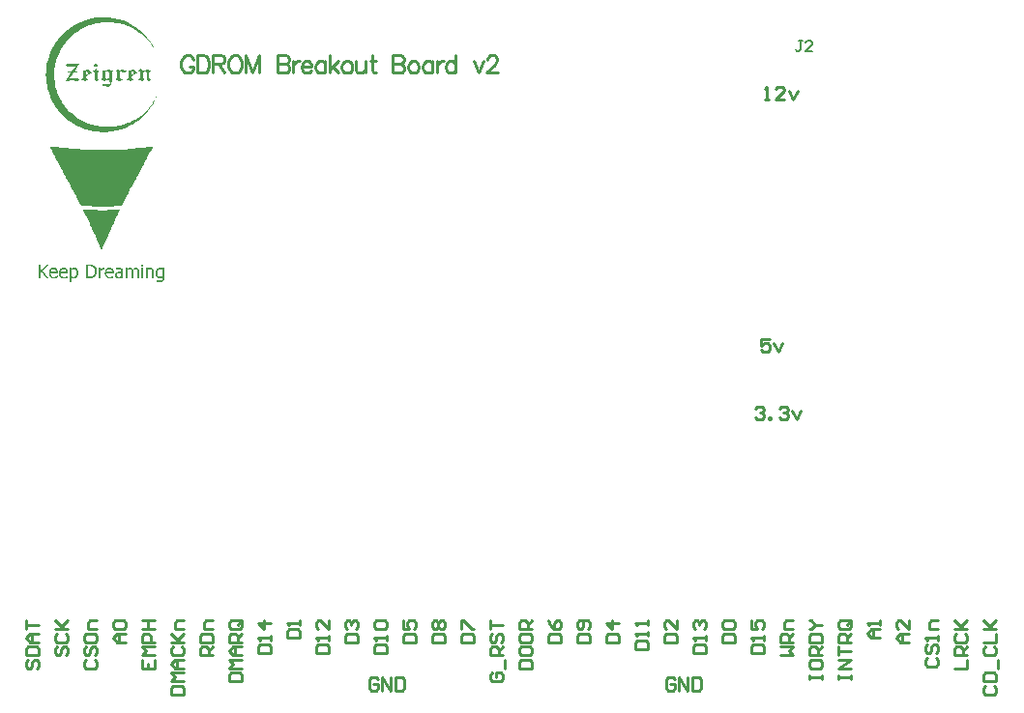
<source format=gto>
G04*
G04 #@! TF.GenerationSoftware,Altium Limited,Altium Designer,19.1.8 (144)*
G04*
G04 Layer_Color=65535*
%FSLAX44Y44*%
%MOMM*%
G71*
G01*
G75*
%ADD10C,0.2540*%
%ADD11C,0.1524*%
G36*
X125213Y515065D02*
X124768Y514324D01*
X124028Y512991D01*
X123287Y511361D01*
X122102Y509436D01*
X121065Y507214D01*
X119732Y504844D01*
X118547Y502473D01*
X117214Y500103D01*
X115880Y497733D01*
X114844Y495511D01*
X113807Y493586D01*
X112918Y491956D01*
X112177Y490771D01*
X111733Y489882D01*
X111585Y489734D01*
Y489586D01*
X110400Y487216D01*
X109214Y484994D01*
X107141Y481142D01*
X105215Y477587D01*
X103734Y474624D01*
X102400Y472254D01*
X101215Y470181D01*
X100327Y468403D01*
X99734Y467070D01*
X99142Y466033D01*
X98697Y465144D01*
X98401Y464551D01*
X98105Y464255D01*
Y463959D01*
X97956Y463811D01*
X96179Y463663D01*
X94253Y463515D01*
X93364Y463366D01*
X92772D01*
X92327Y463218D01*
X92179D01*
X90698Y463070D01*
X86995D01*
X84921Y462922D01*
X77514D01*
X75144Y463070D01*
X72922D01*
X71144Y463218D01*
X69663D01*
X68478Y463366D01*
X67589D01*
X65812Y463515D01*
X64627Y463663D01*
X63738D01*
X62997Y463811D01*
X62405D01*
Y463959D01*
X62256Y464107D01*
X61812Y464848D01*
X61071Y466181D01*
X60331Y467810D01*
X59146Y469736D01*
X58109Y471958D01*
X56775Y474180D01*
X55591Y476698D01*
X54257Y479068D01*
X52924Y481291D01*
X51887Y483512D01*
X50850Y485438D01*
X49961Y487068D01*
X49221Y488401D01*
X48776Y489142D01*
X48628Y489438D01*
X47443Y491808D01*
X46258Y494030D01*
X44184Y498030D01*
X42259Y501437D01*
X40777Y504399D01*
X39444Y506917D01*
X38259Y508991D01*
X37370Y510769D01*
X36778Y512102D01*
X36185Y513139D01*
X35741Y514028D01*
X35444Y514620D01*
X35148Y514917D01*
Y515213D01*
X35000Y515361D01*
X38555Y515065D01*
X41962Y514768D01*
X44925Y514472D01*
X47739Y514176D01*
X50258Y514028D01*
X52480Y513731D01*
X54553Y513583D01*
X56331Y513435D01*
X57812Y513287D01*
X59146D01*
X60331Y513139D01*
X61220D01*
X61812Y512991D01*
X62701D01*
X65663Y512843D01*
X68626Y512695D01*
X71589Y512547D01*
X74403Y512398D01*
X77662D01*
X78551Y512250D01*
X84180D01*
X88032Y512398D01*
X91439D01*
X94401Y512547D01*
X95586D01*
X96771Y512695D01*
X98549D01*
X99290Y512843D01*
X100178D01*
X101956Y512991D01*
X103734Y513139D01*
X107733Y513435D01*
X112029Y513880D01*
X116029Y514324D01*
X117954Y514472D01*
X119732Y514768D01*
X121213Y514917D01*
X122695Y515065D01*
X123732Y515213D01*
X124620D01*
X125213Y515361D01*
X125361D01*
X125213Y515065D01*
D02*
G37*
G36*
X96179Y460107D02*
X96031Y459811D01*
X95883Y459515D01*
X95735Y458922D01*
X95290Y458182D01*
X94846Y457293D01*
X94401Y456108D01*
X93661Y454627D01*
X92920Y452997D01*
X92031Y450923D01*
X90994Y448553D01*
X89809Y445887D01*
X88328Y442776D01*
X88180Y442628D01*
X88032Y442035D01*
X87587Y441147D01*
X86995Y439961D01*
X86402Y438628D01*
X85810Y437147D01*
X84328Y433888D01*
X82699Y430629D01*
X82106Y429148D01*
X81514Y427814D01*
X80921Y426629D01*
X80477Y425741D01*
X80329Y425148D01*
X80181Y425000D01*
X80032Y425296D01*
X79884Y425592D01*
X79736Y425889D01*
X79588Y426481D01*
X79144Y427222D01*
X78699Y428111D01*
X78255Y429296D01*
X77514Y430777D01*
X76774Y432555D01*
X75885Y434481D01*
X74848Y436851D01*
X73663Y439665D01*
X72181Y442776D01*
X72033Y442924D01*
X71885Y443517D01*
X71441Y444405D01*
X70848Y445590D01*
X70256Y446924D01*
X69663Y448405D01*
X68182Y451664D01*
X66552Y454775D01*
X65960Y456256D01*
X65367Y457589D01*
X64775Y458774D01*
X64330Y459663D01*
X64182Y460256D01*
X64034Y460404D01*
X65071D01*
X66108Y460256D01*
X67589Y460107D01*
X69071D01*
X70848Y459959D01*
X72478Y459811D01*
X76181D01*
X78107Y459663D01*
X84180D01*
X85365Y459811D01*
X88476D01*
X89661Y459959D01*
X90994D01*
X92624Y460107D01*
X94401Y460256D01*
X96327Y460404D01*
X96179Y460107D01*
D02*
G37*
G36*
X84115Y628695D02*
X85689Y628603D01*
X87541Y628418D01*
X89578Y628140D01*
X91800Y627770D01*
X94022Y627307D01*
X94114D01*
X94299Y627214D01*
X94577Y627122D01*
X95040Y627029D01*
X95596Y626844D01*
X96151Y626659D01*
X97632Y626196D01*
X99391Y625640D01*
X101243Y624807D01*
X103187Y623974D01*
X105224Y622955D01*
X105317D01*
X105502Y622863D01*
X105780Y622678D01*
X106150Y622492D01*
X107169Y621844D01*
X108465Y621104D01*
X109946Y620178D01*
X111613Y618974D01*
X113279Y617771D01*
X115038Y616382D01*
X115131D01*
X115223Y616197D01*
X115779Y615641D01*
X116612Y614901D01*
X117723Y613790D01*
X119019Y612401D01*
X120315Y610920D01*
X121704Y609253D01*
X123000Y607401D01*
Y607309D01*
X123185Y607216D01*
X123371Y606939D01*
X123556Y606476D01*
X123926Y606013D01*
X124204Y605457D01*
X125037Y604161D01*
X125963Y602495D01*
X126981Y600643D01*
X127907Y598699D01*
X128216Y597989D01*
X128370Y597680D01*
X128555Y597217D01*
X128740Y596847D01*
X128833Y596662D01*
Y596569D01*
X128216Y597989D01*
X128092Y598236D01*
X127722Y598884D01*
X126889Y600365D01*
X125870Y602124D01*
X124574Y604068D01*
X123093Y606105D01*
X121519Y608050D01*
X121426Y608142D01*
X121334Y608235D01*
X121056Y608512D01*
X120778Y608883D01*
X119852Y609901D01*
X118649Y611105D01*
X117167Y612401D01*
X115408Y613882D01*
X113557Y615364D01*
X111520Y616845D01*
X111427D01*
X111242Y617030D01*
X110964Y617215D01*
X110594Y617400D01*
X110038Y617771D01*
X109390Y618049D01*
X107909Y618882D01*
X106058Y619808D01*
X104021Y620733D01*
X101706Y621659D01*
X99299Y622492D01*
X99206D01*
X99021Y622585D01*
X98651Y622678D01*
X98188Y622770D01*
X97540Y622955D01*
X96892Y623140D01*
X96059Y623326D01*
X95133Y623511D01*
X93096Y623789D01*
X90781Y624159D01*
X88281Y624344D01*
X85689Y624437D01*
X84578D01*
X84023Y624344D01*
X83375D01*
X81708Y624252D01*
X79857Y624066D01*
X77727Y623696D01*
X75505Y623326D01*
X73283Y622770D01*
X73190D01*
X73005Y622678D01*
X72728Y622585D01*
X72265Y622492D01*
X71709Y622307D01*
X71061Y622122D01*
X69580Y621567D01*
X67821Y620919D01*
X65969Y620085D01*
X64025Y619160D01*
X62080Y618141D01*
X61988D01*
X61803Y618049D01*
X61525Y617863D01*
X61155Y617586D01*
X60229Y616937D01*
X58933Y616104D01*
X57451Y615086D01*
X55785Y613882D01*
X54118Y612494D01*
X52452Y610920D01*
X52267Y610734D01*
X51711Y610179D01*
X50971Y609346D01*
X49952Y608142D01*
X48841Y606753D01*
X47638Y605179D01*
X46434Y603513D01*
X45230Y601661D01*
Y601569D01*
X45138Y601476D01*
X44953Y601198D01*
X44767Y600736D01*
X44490Y600272D01*
X44212Y599717D01*
X43471Y598421D01*
X42731Y596754D01*
X41990Y594903D01*
X41157Y592866D01*
X40509Y590737D01*
Y590644D01*
X40416Y590459D01*
X40324Y590181D01*
X40231Y589718D01*
X40138Y589163D01*
X39953Y588515D01*
X39676Y586941D01*
X39398Y585089D01*
X39120Y583052D01*
X38935Y580737D01*
X38842Y578423D01*
Y578330D01*
Y578145D01*
Y577775D01*
Y577312D01*
X38935Y576757D01*
Y576108D01*
X39027Y574534D01*
X39213Y572683D01*
X39583Y570646D01*
X39953Y568424D01*
X40509Y566202D01*
Y566109D01*
X40601Y565924D01*
X40694Y565647D01*
X40786Y565184D01*
X40972Y564721D01*
X41157Y564073D01*
X41712Y562591D01*
X42360Y560925D01*
X43194Y559073D01*
X44119Y557129D01*
X45230Y555185D01*
Y555092D01*
X45416Y554999D01*
X45508Y554722D01*
X45786Y554351D01*
X46434Y553425D01*
X47267Y552129D01*
X48378Y550741D01*
X49582Y549167D01*
X50971Y547593D01*
X52452Y546019D01*
X52544D01*
X52637Y545834D01*
X53193Y545278D01*
X54118Y544538D01*
X55322Y543519D01*
X56711Y542408D01*
X58377Y541205D01*
X60136Y540001D01*
X62080Y538797D01*
X62173D01*
X62358Y538705D01*
X62636Y538520D01*
X63006Y538335D01*
X63469Y538057D01*
X64025Y537779D01*
X65413Y537131D01*
X67080Y536390D01*
X68932Y535650D01*
X71061Y534909D01*
X73283Y534261D01*
X73376D01*
X73561Y534168D01*
X73839Y534076D01*
X74302Y533983D01*
X74857Y533890D01*
X75505Y533705D01*
X77079Y533428D01*
X78931Y533150D01*
X81060Y532872D01*
X83282Y532687D01*
X85689Y532594D01*
X86893D01*
X87541Y532687D01*
X88281D01*
X89022Y532780D01*
X89948Y532872D01*
X92077Y533057D01*
X94299Y533428D01*
X96707Y533890D01*
X99206Y534539D01*
X99299D01*
X99484Y534631D01*
X99854Y534724D01*
X100317Y534909D01*
X100965Y535094D01*
X101614Y535279D01*
X103187Y535927D01*
X105132Y536668D01*
X107169Y537594D01*
X109205Y538705D01*
X111335Y540001D01*
X111427D01*
X111613Y540186D01*
X111890Y540371D01*
X112261Y540649D01*
X113371Y541390D01*
X114668Y542408D01*
X116242Y543704D01*
X117908Y545186D01*
X119667Y546852D01*
X121334Y548704D01*
X121426Y548796D01*
X121519Y548889D01*
X121797Y549167D01*
X122074Y549630D01*
X122445Y550093D01*
X122908Y550648D01*
X123926Y551944D01*
X125130Y553611D01*
X126333Y555462D01*
X127537Y557592D01*
X128648Y559814D01*
Y559721D01*
X128555Y559536D01*
X128370Y559166D01*
X128185Y558610D01*
X127815Y557962D01*
X127537Y557221D01*
X127074Y556388D01*
X126704Y555555D01*
X125592Y553518D01*
X124296Y551296D01*
X122722Y549074D01*
X121056Y546852D01*
X120963Y546760D01*
X120871Y546574D01*
X120593Y546297D01*
X120223Y545834D01*
X119760Y545371D01*
X119204Y544723D01*
X117816Y543427D01*
X116242Y541853D01*
X114390Y540094D01*
X112353Y538427D01*
X110131Y536853D01*
X110038D01*
X109853Y536668D01*
X109483Y536483D01*
X109113Y536205D01*
X108465Y535835D01*
X107816Y535372D01*
X107076Y535001D01*
X106150Y534446D01*
X104206Y533428D01*
X101891Y532409D01*
X99484Y531298D01*
X96799Y530372D01*
X96707D01*
X96521Y530280D01*
X96059Y530187D01*
X95596Y530002D01*
X94855Y529817D01*
X94114Y529632D01*
X93188Y529446D01*
X92263Y529261D01*
X89948Y528891D01*
X87448Y528521D01*
X84763Y528243D01*
X81893Y528150D01*
X80690D01*
X80134Y528243D01*
X79394D01*
X78560Y528335D01*
X77635D01*
X75598Y528613D01*
X73283Y528891D01*
X70876Y529354D01*
X68469Y529910D01*
X68376D01*
X68191Y530002D01*
X67821Y530095D01*
X67358Y530280D01*
X66802Y530465D01*
X66062Y530650D01*
X64488Y531206D01*
X62636Y531946D01*
X60599Y532780D01*
X58562Y533798D01*
X56433Y534909D01*
X56340D01*
X56155Y535094D01*
X55877Y535279D01*
X55507Y535464D01*
X54489Y536205D01*
X53100Y537131D01*
X51526Y538335D01*
X49860Y539723D01*
X48101Y541205D01*
X46341Y542871D01*
X46249Y542964D01*
X46156Y543056D01*
X45879Y543334D01*
X45601Y543704D01*
X44675Y544630D01*
X43657Y545834D01*
X42360Y547315D01*
X41064Y549074D01*
X39768Y550926D01*
X38472Y552870D01*
Y552963D01*
X38287Y553148D01*
X38194Y553425D01*
X37916Y553889D01*
X37639Y554351D01*
X37361Y554999D01*
X36620Y556481D01*
X35787Y558332D01*
X34954Y560369D01*
X34121Y562684D01*
X33380Y565091D01*
Y565184D01*
X33287Y565369D01*
X33195Y565739D01*
X33102Y566202D01*
X32917Y566758D01*
X32824Y567498D01*
X32639Y568331D01*
X32454Y569165D01*
X32084Y571202D01*
X31806Y573424D01*
X31621Y575831D01*
X31528Y578330D01*
Y578423D01*
Y578608D01*
Y578978D01*
Y579534D01*
X31621Y580182D01*
Y580830D01*
X31713Y581663D01*
X31806Y582589D01*
X31991Y584626D01*
X32269Y586941D01*
X32732Y589348D01*
X33380Y591755D01*
Y591847D01*
X33472Y592033D01*
X33565Y592403D01*
X33750Y592866D01*
X33935Y593421D01*
X34121Y594162D01*
X34676Y595736D01*
X35417Y597588D01*
X36342Y599624D01*
X37361Y601754D01*
X38472Y603791D01*
Y603883D01*
X38657Y604068D01*
X38842Y604346D01*
X39027Y604716D01*
X39768Y605827D01*
X40694Y607124D01*
X41805Y608698D01*
X43194Y610457D01*
X44675Y612216D01*
X46341Y613975D01*
X46434Y614067D01*
X46527Y614160D01*
X46804Y614438D01*
X47175Y614715D01*
X48101Y615641D01*
X49304Y616660D01*
X50878Y617956D01*
X52544Y619252D01*
X54396Y620548D01*
X56433Y621844D01*
X56526D01*
X56711Y622029D01*
X56989Y622122D01*
X57359Y622400D01*
X57914Y622678D01*
X58470Y622955D01*
X59951Y623696D01*
X61803Y624529D01*
X63840Y625363D01*
X66062Y626196D01*
X68469Y626936D01*
X68561D01*
X68747Y627029D01*
X69117Y627122D01*
X69580Y627214D01*
X70228Y627399D01*
X70876Y627492D01*
X71709Y627677D01*
X72542Y627862D01*
X74579Y628233D01*
X76894Y628510D01*
X79301Y628695D01*
X81893Y628788D01*
X83467D01*
X84115Y628695D01*
D02*
G37*
G36*
X60784Y588144D02*
Y588052D01*
Y587866D01*
Y587774D01*
Y587681D01*
X60692Y587589D01*
X60414Y587218D01*
X60044Y586755D01*
X59581Y586200D01*
X59488Y586015D01*
X59211Y585644D01*
X58840Y585182D01*
X58562Y584811D01*
X58470Y584719D01*
X58377Y584348D01*
X58099Y583885D01*
X57822Y583330D01*
X57729Y583145D01*
X57544Y582774D01*
X57359Y582311D01*
X57081Y581941D01*
X56989Y581848D01*
Y581756D01*
X56896Y581478D01*
X56803Y581386D01*
X56618Y581200D01*
X59118D01*
X59211Y581108D01*
X59303Y581015D01*
X59396Y580923D01*
Y580737D01*
Y580645D01*
X59303Y580552D01*
X59211Y580460D01*
X58933Y580367D01*
X55877D01*
Y580275D01*
X55785Y580182D01*
X55415Y579627D01*
X55322Y579534D01*
X55229Y579349D01*
X55044Y579164D01*
X54859Y578978D01*
X54767Y578886D01*
X54489Y578516D01*
X54118Y578053D01*
X53748Y577590D01*
X53656Y577497D01*
X53563Y577312D01*
X53285Y577034D01*
X53007Y576664D01*
X52637Y576201D01*
X52082Y575553D01*
X51434Y574720D01*
X51526D01*
X51711Y574812D01*
X51804D01*
X52174Y574905D01*
X52637Y575090D01*
X53285Y575182D01*
X53378D01*
X53748Y575275D01*
X54211Y575368D01*
X54674Y575460D01*
X57729D01*
X57914Y575368D01*
X58470Y575275D01*
X58562D01*
X58840Y575182D01*
X59118Y575090D01*
X59488D01*
X60044Y574905D01*
X60599Y574812D01*
X60692Y574720D01*
X60784Y574349D01*
Y574257D01*
X60692Y574164D01*
X60599Y574072D01*
X60414Y573886D01*
X60229Y573701D01*
X60044Y573516D01*
X59859Y573331D01*
X59581Y573053D01*
X59118Y572498D01*
X59025D01*
X58840Y572405D01*
X58748D01*
X58562Y572498D01*
X58192Y572683D01*
X57544Y572961D01*
X56711Y573238D01*
X52359D01*
X52082Y573146D01*
X51711Y573053D01*
X51434Y572961D01*
X51341D01*
X50971Y572868D01*
X50600Y572775D01*
X50230Y572683D01*
X49674Y572590D01*
X49026Y572405D01*
X48934D01*
X48841Y572498D01*
X48749Y572683D01*
X48656Y572961D01*
Y573053D01*
X48841Y573424D01*
X48934Y573516D01*
X49026Y573609D01*
X49212Y573794D01*
X49304Y573886D01*
X49489Y574164D01*
X49674Y574534D01*
X49952Y574997D01*
X50045Y575090D01*
X50230Y575460D01*
X50508Y575738D01*
X50785Y576108D01*
X50878Y576201D01*
X50971Y576479D01*
X51156Y576849D01*
X51434Y577497D01*
X51526Y577682D01*
X51711Y577960D01*
X51989Y578423D01*
X52174Y578886D01*
Y578978D01*
X52267Y579071D01*
X52637Y579534D01*
X52730Y579627D01*
X52822Y579812D01*
X53193Y580275D01*
X53100D01*
X52915Y580367D01*
X50878D01*
X50785Y580460D01*
X50693Y580645D01*
Y580737D01*
Y580830D01*
X50878Y581015D01*
X50971Y581108D01*
X51063Y581200D01*
X53841D01*
X53933Y581293D01*
X54026Y581478D01*
X54118Y581663D01*
X54211Y581756D01*
X54396Y582034D01*
X54489Y582126D01*
X54767Y582497D01*
X55137Y582867D01*
X55507Y583330D01*
X55600Y583422D01*
X55692Y583608D01*
X55970Y583885D01*
X56248Y584256D01*
X56711Y584719D01*
X57266Y585367D01*
X57770Y586015D01*
X57544D01*
X57174Y585922D01*
X56618Y585830D01*
X56063Y585644D01*
X55970D01*
X55600Y585552D01*
X55137Y585459D01*
X54674Y585274D01*
X51619D01*
X51434Y585367D01*
X51156Y585459D01*
X50878Y585552D01*
X50785D01*
X50508Y585644D01*
X50230Y585737D01*
X49860Y585830D01*
X49397Y585922D01*
X48841Y586015D01*
X48749Y586107D01*
X48656Y586385D01*
Y586478D01*
Y586570D01*
X48749Y586755D01*
X48841Y586848D01*
X49026Y587126D01*
X49119D01*
X49212Y587218D01*
X49489Y587496D01*
X49582Y587681D01*
X49860Y587866D01*
X50230Y588237D01*
X50322Y588329D01*
X50600D01*
X50878Y588237D01*
X51248Y588144D01*
X51619Y587959D01*
X51711D01*
X51989Y587866D01*
X52544Y587681D01*
X56896D01*
X57174Y587774D01*
X57914Y587866D01*
X58007D01*
X58099Y587959D01*
X58377D01*
X58655Y588052D01*
X59118Y588144D01*
X59673Y588237D01*
X60321Y588329D01*
X60507D01*
X60784Y588144D01*
D02*
G37*
G36*
X75505Y588237D02*
X75598D01*
X75690Y588052D01*
X76061Y587774D01*
X76153Y587681D01*
X76246Y587496D01*
X76616Y587218D01*
X77172Y586663D01*
Y586570D01*
Y586478D01*
Y586385D01*
Y586292D01*
X77079Y586200D01*
X76894Y586015D01*
X76801D01*
X76709Y585922D01*
X76153Y585644D01*
X76061D01*
X75875Y585552D01*
X75413Y585274D01*
X75135D01*
X74950Y585367D01*
X74672Y585552D01*
X74487Y585644D01*
X74116Y585830D01*
X73561Y586015D01*
X73468Y586107D01*
X73376Y586385D01*
Y586478D01*
Y586570D01*
X73468Y586755D01*
X73561Y586848D01*
X73653Y586941D01*
X74024Y587311D01*
X74116D01*
X74302Y587496D01*
X74579Y587774D01*
X75042Y588237D01*
X75135Y588329D01*
X75320D01*
X75505Y588237D01*
D02*
G37*
G36*
X120408Y583330D02*
X120593Y583237D01*
X120778Y582960D01*
X121241Y582497D01*
X121334D01*
X121426Y582404D01*
X121889Y582219D01*
X121982D01*
X122074Y582126D01*
X122537Y581941D01*
X123185D01*
X123371Y581848D01*
X123463Y581756D01*
Y581663D01*
Y581386D01*
Y581293D01*
X123371Y581108D01*
X123278D01*
X123185Y581015D01*
X123093D01*
X122908Y580923D01*
X122815Y580830D01*
X122537Y580737D01*
X122352Y580645D01*
X122074Y580552D01*
Y580367D01*
Y579812D01*
Y578978D01*
Y577867D01*
Y577775D01*
Y577590D01*
Y577312D01*
Y576942D01*
Y576016D01*
Y575182D01*
X122167Y575090D01*
X122260Y574997D01*
X122352D01*
X122445Y574905D01*
X122630Y574812D01*
X123185D01*
X123463Y574627D01*
X123556Y574534D01*
Y574349D01*
Y574257D01*
X123463Y574164D01*
X123371Y574072D01*
X123278Y573886D01*
X123093Y573701D01*
X122908Y573516D01*
X122722Y573331D01*
X122445Y573053D01*
X121889Y572498D01*
X121797D01*
X121519Y572405D01*
X121426Y572498D01*
X121241Y572775D01*
X121149Y572868D01*
X121056Y572961D01*
X120963Y573053D01*
X120778Y573146D01*
X120315Y573516D01*
Y573609D01*
X120130Y573701D01*
X119852Y574164D01*
Y574257D01*
X119760Y574349D01*
Y574442D01*
Y574534D01*
Y574812D01*
Y575090D01*
Y575553D01*
Y576108D01*
Y576664D01*
Y577405D01*
Y577497D01*
Y577775D01*
Y578053D01*
Y578516D01*
Y579534D01*
Y580552D01*
X119667Y580645D01*
X119204Y580737D01*
X119019Y580830D01*
X118741Y581015D01*
X118093D01*
X117908Y580923D01*
X117260Y580737D01*
X117167D01*
X116982Y580645D01*
X116427Y580460D01*
Y580275D01*
Y579719D01*
Y578978D01*
Y577867D01*
Y577775D01*
Y577590D01*
Y577312D01*
Y576942D01*
Y576108D01*
Y575368D01*
X116519D01*
X116612Y575275D01*
X116797Y575182D01*
X116982Y575090D01*
X117260Y574997D01*
X117630Y574720D01*
X117723D01*
X117816Y574627D01*
X117908Y574534D01*
Y574257D01*
X117723D01*
Y574164D01*
Y574072D01*
X117538Y573979D01*
X117260Y573609D01*
X117075Y573424D01*
X116705Y573053D01*
X116149Y572498D01*
X116056D01*
X115779Y572405D01*
Y572498D01*
X115686D01*
X115594Y572590D01*
X115316Y572961D01*
X115223Y573053D01*
X115038Y573238D01*
X114945D01*
X114853Y573331D01*
X114668Y573424D01*
X114575D01*
X114390Y573516D01*
X114112Y573701D01*
X113742Y573886D01*
X113649D01*
X113464Y573794D01*
X113094D01*
X112909Y573886D01*
X112816Y573979D01*
X112723Y574164D01*
Y574257D01*
X112631Y574349D01*
Y574442D01*
Y574534D01*
X112723Y574720D01*
X112909Y574812D01*
X113001D01*
X113094Y574905D01*
X113557Y575090D01*
X113649D01*
X113742Y575182D01*
X114020Y575368D01*
Y575553D01*
Y576016D01*
Y576849D01*
Y577960D01*
Y578053D01*
Y578238D01*
Y578516D01*
Y578886D01*
Y579719D01*
Y580552D01*
Y580645D01*
X113927Y580737D01*
X113834Y580830D01*
X113649Y581015D01*
X112909D01*
X112723Y581200D01*
Y581293D01*
X112631Y581386D01*
Y581478D01*
Y581571D01*
X112723Y581756D01*
X112816Y581848D01*
X112909Y581941D01*
X113371Y582311D01*
X113557Y582497D01*
X113834Y582867D01*
X114297Y583330D01*
X114390Y583422D01*
X114575D01*
X114853Y583330D01*
X114945Y583237D01*
X115038Y583145D01*
X115316Y582774D01*
X115408D01*
X115501Y582589D01*
X115871Y582311D01*
X116427Y581756D01*
Y581663D01*
Y581386D01*
X116519D01*
X116705Y581478D01*
X117260Y581756D01*
X117353D01*
X117538Y581848D01*
X118001Y581941D01*
X118093D01*
X118186Y582034D01*
X118649Y582219D01*
X118741D01*
X118834Y582311D01*
X119204Y582589D01*
X119297D01*
X119389Y582682D01*
X119667Y582867D01*
Y582960D01*
X119760Y583052D01*
X119852Y583237D01*
X119945Y583330D01*
X120130D01*
X120223Y583422D01*
X120315D01*
X120408Y583330D01*
D02*
G37*
G36*
X94762D02*
Y583237D01*
X94948Y583145D01*
X95133Y582867D01*
X95410Y582589D01*
X95503Y582497D01*
X95596Y582404D01*
X95966Y582034D01*
X96059Y582126D01*
X96244Y582219D01*
X96892Y582404D01*
X96984D01*
X97262Y582589D01*
X97725Y582867D01*
X98188Y583052D01*
X98651Y583330D01*
X98836D01*
X99021Y583145D01*
X99206Y582960D01*
X99299Y582867D01*
X99484Y582774D01*
X99577Y582682D01*
X99762Y582497D01*
X99854D01*
X99947Y582404D01*
X100410Y582219D01*
X100503D01*
X100595Y582126D01*
X100965Y581941D01*
X101706D01*
X101891Y581848D01*
X101984Y581756D01*
X102076Y581571D01*
Y581386D01*
Y581293D01*
X101984Y581200D01*
X101891Y581108D01*
Y581015D01*
X101799D01*
X101706Y580923D01*
X101428Y580830D01*
X101058Y580737D01*
X100965D01*
X100780Y580552D01*
X100317Y580367D01*
X98558D01*
X98466Y580460D01*
X98373Y580552D01*
X97818Y581015D01*
X97725Y581108D01*
X97632Y581200D01*
X97262Y581663D01*
X97170Y581571D01*
X96892Y581386D01*
X96799D01*
X96707Y581293D01*
X96336Y581200D01*
Y581015D01*
Y580737D01*
Y580460D01*
Y579534D01*
Y578238D01*
Y578145D01*
Y577960D01*
Y577590D01*
Y577219D01*
Y576293D01*
Y575368D01*
X96521Y575275D01*
X96707Y575182D01*
X96984Y575090D01*
X97077D01*
X97170Y574997D01*
X97447Y574812D01*
X98188D01*
X98373Y574720D01*
X98466Y574627D01*
X98558Y574534D01*
Y574349D01*
Y574257D01*
X98466Y574164D01*
Y574072D01*
X98373Y573979D01*
Y573886D01*
X98280D01*
X98188Y573794D01*
X97632Y573609D01*
X97540D01*
X97355Y573516D01*
X97170Y573424D01*
X96984Y573238D01*
X96892Y573146D01*
X96614Y573053D01*
X96521Y572961D01*
X96429Y572775D01*
X96151Y572498D01*
X96059D01*
X95873Y572405D01*
X95781Y572498D01*
X95688D01*
X95596Y572590D01*
X95318Y572961D01*
X95133Y573053D01*
X94855Y573238D01*
X94762Y573331D01*
X94485Y573424D01*
X94392Y573516D01*
X94114Y573701D01*
X93744Y573886D01*
X93651D01*
X93374Y573794D01*
X93096D01*
X92911Y573886D01*
X92818Y573979D01*
X92725Y574164D01*
Y574257D01*
X92633Y574349D01*
Y574442D01*
Y574534D01*
X92725Y574720D01*
X92911Y574812D01*
X93003D01*
X93096Y574905D01*
X93466Y575090D01*
X93559D01*
X93651Y575182D01*
X94114Y575368D01*
Y575553D01*
Y576016D01*
Y576849D01*
Y577960D01*
Y578053D01*
Y578238D01*
Y578516D01*
Y578886D01*
Y579719D01*
Y580552D01*
X94022Y580645D01*
X93929Y580737D01*
X93744Y580830D01*
X93559Y581015D01*
X92911D01*
X92725Y581200D01*
Y581293D01*
X92633Y581386D01*
Y581478D01*
Y581571D01*
X92725Y581756D01*
X92818Y581848D01*
X92911Y581941D01*
X93281Y582311D01*
X93466Y582497D01*
X93836Y582867D01*
X94299Y583330D01*
Y583422D01*
X94577D01*
X94762Y583330D01*
D02*
G37*
G36*
X109020Y583237D02*
X109205Y583052D01*
X109298Y582960D01*
X109390Y582774D01*
X109761Y582219D01*
X109853Y582126D01*
X110038Y581848D01*
X110224Y581571D01*
X110501Y581200D01*
X110872Y580830D01*
X111242Y580275D01*
X111335D01*
Y580182D01*
Y579997D01*
Y579904D01*
X111242Y579719D01*
X111150D01*
X111057Y579627D01*
X110964D01*
X110872Y579534D01*
X110316Y579256D01*
X110224D01*
X110038Y579164D01*
X109761Y579071D01*
X109483Y578886D01*
X109390Y578793D01*
X109113Y578608D01*
X108557Y578238D01*
X107909Y577867D01*
X107724Y577775D01*
X107354Y577590D01*
X106798Y577219D01*
X106335Y576942D01*
Y576849D01*
Y576757D01*
Y576201D01*
Y576108D01*
Y575923D01*
Y575368D01*
X106520Y575275D01*
X106891Y575090D01*
X106983D01*
X107076Y574997D01*
X107446Y574812D01*
X108187D01*
X108372Y574627D01*
X108465Y574534D01*
Y574349D01*
Y574257D01*
X108372Y574164D01*
Y574072D01*
X108279Y573979D01*
Y573886D01*
X108094Y573794D01*
X107631Y573609D01*
X107539D01*
X107354Y573516D01*
X107076Y573424D01*
X106891Y573238D01*
X106798Y573146D01*
X106613Y573053D01*
X106520Y572961D01*
X106428Y572775D01*
X106150Y572498D01*
X106058D01*
X105872Y572405D01*
X105780D01*
X105687Y572498D01*
X105595D01*
X105502Y572590D01*
X105224Y572961D01*
X105132Y573053D01*
X104946Y573238D01*
X104761Y573331D01*
X104576Y573424D01*
X104391Y573516D01*
X104113Y573701D01*
X103650Y573886D01*
X103558D01*
X103373Y573794D01*
X103095D01*
X102910Y573886D01*
X102817Y573979D01*
X102632Y574164D01*
Y574257D01*
X102539Y574349D01*
Y574442D01*
X102632Y574534D01*
X102725Y574720D01*
X102910Y574812D01*
X103002D01*
X103095Y574905D01*
X103465Y575090D01*
X103558D01*
X103650Y575182D01*
X103928Y575368D01*
Y575460D01*
Y575553D01*
Y576016D01*
Y576664D01*
Y577312D01*
Y577497D01*
Y577775D01*
Y578145D01*
Y578701D01*
Y579441D01*
Y580460D01*
Y581663D01*
X104021Y581756D01*
X104298Y581848D01*
Y581941D01*
X104484D01*
X104669Y582034D01*
X104946D01*
X105224Y582126D01*
X105317D01*
X105595Y582219D01*
X105872Y582311D01*
X106243Y582404D01*
X106613Y582497D01*
X107169Y582589D01*
X107261Y582682D01*
X107539Y582774D01*
X108002Y583052D01*
X108650Y583422D01*
X108835D01*
X109020Y583237D01*
D02*
G37*
G36*
X75690Y583330D02*
X75783Y583145D01*
X75968Y582867D01*
X76061D01*
X76153Y582774D01*
X76338Y582497D01*
X76431D01*
X76523Y582404D01*
X76709Y582311D01*
X76894Y582219D01*
X77264Y582126D01*
X77727Y581848D01*
X77820D01*
X77912Y581663D01*
Y581571D01*
Y581478D01*
Y581293D01*
Y581200D01*
X77820Y581108D01*
X77727Y581015D01*
X77635Y580923D01*
X77172Y580737D01*
X77079D01*
X76894Y580645D01*
X76709D01*
X76523Y580552D01*
Y580367D01*
Y579812D01*
Y578978D01*
Y577867D01*
Y577775D01*
Y577590D01*
Y577312D01*
Y576942D01*
Y576016D01*
Y575182D01*
X76616Y575090D01*
X76709Y574997D01*
X76801Y574905D01*
X76894Y574812D01*
X77635D01*
X77820Y574627D01*
X77912Y574534D01*
Y574257D01*
Y574164D01*
Y574072D01*
X77727Y573979D01*
X77449Y573609D01*
X77264Y573424D01*
X76894Y573053D01*
X76338Y572498D01*
X76246D01*
X76061Y572405D01*
X75968Y572498D01*
X75875D01*
X75690Y572683D01*
X75320Y573053D01*
X74857Y573516D01*
X74302Y574164D01*
Y574257D01*
X74209Y574349D01*
Y574442D01*
Y574534D01*
Y574812D01*
Y575090D01*
Y575553D01*
Y576108D01*
Y576664D01*
Y577405D01*
Y577497D01*
Y577775D01*
Y578053D01*
Y578516D01*
Y579534D01*
Y580552D01*
X74024Y580645D01*
X73746Y580737D01*
X73653Y580830D01*
X73376Y580923D01*
X73005Y581108D01*
X72913D01*
X72820Y581293D01*
Y581386D01*
Y581478D01*
Y581663D01*
X72913Y581756D01*
Y581848D01*
X73005D01*
Y581941D01*
X73098D01*
X73190Y582034D01*
X73653Y582219D01*
X73746D01*
X73931Y582311D01*
X74209Y582404D01*
X74394Y582497D01*
X74487Y582589D01*
X74672Y582774D01*
X74764Y582867D01*
X74857Y583052D01*
X75135Y583330D01*
X75227Y583422D01*
X75413D01*
X75690Y583330D01*
D02*
G37*
G36*
X69117Y583237D02*
X69209Y583052D01*
X69302Y582960D01*
X69487Y582774D01*
X69950Y582219D01*
X70043Y582126D01*
X70228Y581848D01*
X70413Y581571D01*
X70691Y581200D01*
X71061Y580830D01*
X71431Y580275D01*
Y580182D01*
Y579997D01*
Y579904D01*
X71339Y579719D01*
X71246Y579627D01*
X71154D01*
X70968Y579534D01*
X70413Y579256D01*
X70320D01*
X70135Y579164D01*
X69672Y578886D01*
X69580Y578793D01*
X69209Y578608D01*
X68747Y578238D01*
X68098Y577867D01*
X67913Y577775D01*
X67543Y577590D01*
X66987Y577219D01*
X66432Y576942D01*
Y576849D01*
Y576757D01*
Y576201D01*
Y576108D01*
Y575923D01*
Y575368D01*
X66525D01*
X66617Y575275D01*
X66987Y575090D01*
X67080D01*
X67173Y574997D01*
X67543Y574812D01*
X68284D01*
X68469Y574720D01*
X68561Y574627D01*
Y574534D01*
Y574349D01*
Y574257D01*
Y574164D01*
Y574072D01*
X68469Y573979D01*
Y573886D01*
X68376D01*
X68284Y573794D01*
X68006Y573701D01*
X67635Y573609D01*
X67543D01*
X67450Y573516D01*
X66987Y573238D01*
X66895Y573146D01*
X66802Y573053D01*
X66710Y572961D01*
X66525Y572775D01*
X66247Y572498D01*
X66154D01*
X65876Y572405D01*
Y572498D01*
X65784D01*
X65691Y572590D01*
X65413Y572961D01*
X65321Y573053D01*
X64951Y573238D01*
X64858Y573331D01*
X64580Y573424D01*
X64488Y573516D01*
X64210Y573701D01*
X63747Y573886D01*
X63654D01*
X63469Y573794D01*
X63191D01*
X63006Y573886D01*
X62914Y573979D01*
X62821Y574164D01*
Y574257D01*
X62729Y574349D01*
Y574442D01*
Y574534D01*
X62821Y574720D01*
X63006Y574812D01*
X63099D01*
X63191Y574905D01*
X63654Y575090D01*
X63747D01*
X63840Y575182D01*
X64117Y575368D01*
Y575460D01*
Y575553D01*
Y576016D01*
Y576664D01*
Y577312D01*
Y577497D01*
Y577775D01*
Y578145D01*
Y578701D01*
Y579441D01*
Y580460D01*
Y581663D01*
X64210Y581756D01*
X64303Y581848D01*
X64395Y581941D01*
X64580D01*
X64766Y582034D01*
X65413Y582126D01*
X65506D01*
X65784Y582219D01*
X66062Y582311D01*
X66432Y582404D01*
X66802Y582497D01*
X67358Y582589D01*
X67450Y582682D01*
X67728Y582774D01*
X68191Y583052D01*
X68839Y583422D01*
X68932D01*
X69117Y583237D01*
D02*
G37*
G36*
X86893Y583330D02*
X86985Y583145D01*
X87263Y582867D01*
X87356D01*
X87448Y582774D01*
X87726Y582497D01*
X87819D01*
X87911Y582404D01*
X88281Y582219D01*
X88374D01*
X88467Y582126D01*
X88837Y581941D01*
X90318D01*
X90411Y581848D01*
X90596Y581663D01*
Y581571D01*
Y581478D01*
X90689D01*
X90781Y581386D01*
Y581293D01*
X90689D01*
X90504Y581200D01*
X90411Y581108D01*
X90318Y581015D01*
X90041Y580923D01*
X89948Y580830D01*
X89670Y580737D01*
X89485Y580645D01*
X89300Y580552D01*
Y580460D01*
Y580275D01*
Y579997D01*
Y579627D01*
Y578793D01*
Y577867D01*
Y577775D01*
Y577682D01*
Y577312D01*
Y576757D01*
Y576016D01*
Y574997D01*
Y573701D01*
Y572127D01*
Y572035D01*
X89207Y571942D01*
Y571757D01*
X89022Y571479D01*
X88930Y571109D01*
X88744Y570553D01*
X88467Y569813D01*
X88374Y569720D01*
X88281Y569535D01*
X87726Y568979D01*
X87633Y568887D01*
X87448Y568794D01*
X87170Y568517D01*
X86893Y568331D01*
X86708Y568239D01*
X86430Y567961D01*
X86245Y567868D01*
X85967Y567776D01*
X85412Y567498D01*
X85226D01*
X85041Y567591D01*
X84949Y567683D01*
X84578Y567961D01*
Y568054D01*
X84486Y568146D01*
X84208Y568331D01*
X84115Y568424D01*
X83652Y568609D01*
X83560D01*
X83467Y568702D01*
X83004Y568887D01*
X81523D01*
X81430Y568979D01*
X81338Y569072D01*
X81245Y569257D01*
Y569350D01*
Y569535D01*
X81338Y569720D01*
X81430Y569813D01*
X81523D01*
X81708Y569905D01*
X82264Y570183D01*
X82356D01*
X82541Y570276D01*
X83004Y570553D01*
X84671D01*
X84763Y570461D01*
X85134Y570276D01*
X85226D01*
X85319Y570183D01*
X85689Y570090D01*
X86245Y569813D01*
X86337Y569720D01*
X86708Y569257D01*
Y569350D01*
X86800Y569442D01*
X87170Y569813D01*
X87263Y569905D01*
X87356Y569998D01*
X87726Y570276D01*
Y570368D01*
Y570646D01*
Y570831D01*
Y571016D01*
Y571479D01*
X87633Y571572D01*
X87448Y572035D01*
X87263Y572683D01*
X86893Y573609D01*
Y573701D01*
Y573886D01*
Y573979D01*
Y574164D01*
Y574442D01*
X86800D01*
X86430Y574349D01*
X85874Y574164D01*
X85412Y573886D01*
X85319D01*
X85226Y573794D01*
X84763Y573516D01*
X84671D01*
X84486Y573424D01*
X84023Y573238D01*
X83930Y573146D01*
X83838Y573053D01*
X83745Y572961D01*
X83652Y572775D01*
X83375Y572498D01*
X83282D01*
X83004Y572405D01*
X82912Y572498D01*
X82819D01*
X82727Y572590D01*
X82449Y572961D01*
X82356Y573053D01*
X82171Y573238D01*
X81986Y573331D01*
X81801Y573424D01*
X81708D01*
X81616Y573516D01*
X81338Y573701D01*
X80875Y573886D01*
X80782D01*
X80597Y573794D01*
X80227D01*
X80134Y573886D01*
X79949Y573979D01*
X79857Y574164D01*
Y574257D01*
X79764Y574349D01*
Y574442D01*
Y574534D01*
X79857Y574720D01*
X80042Y574812D01*
X80134D01*
X80227Y574905D01*
X80690Y575090D01*
X80782D01*
X80875Y575182D01*
X81245Y575368D01*
Y575460D01*
Y575553D01*
Y576016D01*
Y576664D01*
Y577312D01*
Y577497D01*
Y577775D01*
Y578145D01*
Y578701D01*
Y579441D01*
Y580460D01*
Y581663D01*
X81338Y581756D01*
X81430Y581848D01*
Y581941D01*
X83097D01*
X83282Y582034D01*
X83745Y582126D01*
X83838D01*
X84023Y582219D01*
X84486Y582404D01*
X85134Y582589D01*
X85226Y582682D01*
X85504Y582774D01*
X85967Y583052D01*
X86615Y583422D01*
X86708D01*
X86893Y583330D01*
D02*
G37*
G36*
X116843Y410554D02*
X115103D01*
Y412128D01*
X116843D01*
Y410554D01*
D02*
G37*
G36*
X56794Y409277D02*
X56924Y409258D01*
X57072Y409221D01*
X57424Y409147D01*
X57812Y408999D01*
X58016Y408888D01*
X58220Y408777D01*
X58405Y408629D01*
X58609Y408462D01*
X58794Y408277D01*
X58960Y408055D01*
X58979Y408036D01*
X58998Y407999D01*
X59035Y407925D01*
X59109Y407832D01*
X59164Y407703D01*
X59238Y407555D01*
X59331Y407370D01*
X59405Y407184D01*
X59497Y406944D01*
X59571Y406703D01*
X59646Y406425D01*
X59720Y406129D01*
X59775Y405814D01*
X59812Y405481D01*
X59831Y405111D01*
X59849Y404740D01*
Y404722D01*
Y404648D01*
Y404518D01*
X59831Y404370D01*
X59812Y404185D01*
X59794Y403963D01*
X59757Y403703D01*
X59720Y403444D01*
X59590Y402870D01*
X59497Y402574D01*
X59386Y402277D01*
X59257Y401981D01*
X59127Y401685D01*
X58942Y401407D01*
X58757Y401148D01*
X58738Y401129D01*
X58701Y401092D01*
X58646Y401018D01*
X58553Y400944D01*
X58460Y400833D01*
X58331Y400722D01*
X58183Y400611D01*
X57998Y400481D01*
X57812Y400352D01*
X57609Y400241D01*
X57146Y400019D01*
X56887Y399944D01*
X56609Y399870D01*
X56313Y399833D01*
X56016Y399815D01*
X55776D01*
X55609Y399833D01*
X55424Y399852D01*
X55220Y399870D01*
X54813Y399963D01*
X54794D01*
X54720Y400000D01*
X54628Y400037D01*
X54479Y400074D01*
X54331Y400148D01*
X54146Y400222D01*
X53757Y400444D01*
Y396667D01*
X52239D01*
Y409036D01*
X53757D01*
Y408092D01*
X53776Y408110D01*
X53850Y408184D01*
X53961Y408277D01*
X54128Y408388D01*
X54313Y408518D01*
X54517Y408666D01*
X54757Y408814D01*
X54998Y408943D01*
X55035Y408962D01*
X55128Y408999D01*
X55257Y409055D01*
X55461Y409129D01*
X55683Y409184D01*
X55942Y409240D01*
X56238Y409277D01*
X56535Y409295D01*
X56683D01*
X56794Y409277D01*
D02*
G37*
G36*
X123435D02*
X123546D01*
X123676Y409258D01*
X123972Y409184D01*
X124306Y409073D01*
X124657Y408925D01*
X124991Y408703D01*
X125157Y408555D01*
X125306Y408406D01*
Y408388D01*
X125343Y408369D01*
X125379Y408314D01*
X125417Y408240D01*
X125491Y408147D01*
X125546Y408036D01*
X125620Y407907D01*
X125694Y407758D01*
X125750Y407592D01*
X125824Y407407D01*
X125898Y407203D01*
X125954Y406962D01*
X125991Y406721D01*
X126028Y406462D01*
X126065Y406166D01*
Y405870D01*
Y400000D01*
X124546D01*
Y405148D01*
Y405185D01*
Y405259D01*
Y405370D01*
Y405518D01*
X124528Y405703D01*
X124509Y405888D01*
X124472Y406296D01*
Y406314D01*
X124454Y406388D01*
Y406481D01*
X124417Y406610D01*
X124361Y406907D01*
X124306Y407036D01*
X124250Y407166D01*
Y407184D01*
X124213Y407221D01*
X124176Y407295D01*
X124120Y407370D01*
X123954Y407536D01*
X123732Y407684D01*
X123713D01*
X123676Y407703D01*
X123602Y407740D01*
X123491Y407777D01*
X123361Y407795D01*
X123213Y407832D01*
X123028Y407851D01*
X122732D01*
X122602Y407832D01*
X122454Y407814D01*
X122287Y407777D01*
X122084Y407721D01*
X121861Y407647D01*
X121639Y407536D01*
X121621Y407518D01*
X121547Y407481D01*
X121417Y407425D01*
X121269Y407333D01*
X121102Y407221D01*
X120899Y407073D01*
X120695Y406925D01*
X120473Y406740D01*
Y400000D01*
X118954D01*
Y409036D01*
X120473D01*
Y408036D01*
X120510Y408055D01*
X120584Y408129D01*
X120713Y408240D01*
X120899Y408388D01*
X121084Y408536D01*
X121324Y408684D01*
X121565Y408832D01*
X121806Y408962D01*
X121843Y408980D01*
X121917Y409018D01*
X122065Y409073D01*
X122232Y409129D01*
X122435Y409184D01*
X122676Y409240D01*
X122935Y409277D01*
X123213Y409295D01*
X123343D01*
X123435Y409277D01*
D02*
G37*
G36*
X110714D02*
X110881Y409258D01*
X111066Y409221D01*
X111418Y409110D01*
X111437D01*
X111492Y409073D01*
X111585Y409036D01*
X111696Y408962D01*
X111825Y408888D01*
X111973Y408777D01*
X112122Y408666D01*
X112251Y408518D01*
X112270Y408499D01*
X112307Y408444D01*
X112381Y408351D01*
X112455Y408240D01*
X112548Y408092D01*
X112659Y407907D01*
X112751Y407703D01*
X112825Y407481D01*
X112844Y407462D01*
X112862Y407370D01*
X112899Y407240D01*
X112936Y407055D01*
X112973Y406833D01*
X112992Y406573D01*
X113029Y406277D01*
Y405944D01*
Y400000D01*
X111511D01*
Y405222D01*
Y405259D01*
Y405333D01*
Y405444D01*
Y405611D01*
X111492Y405777D01*
Y405981D01*
X111455Y406370D01*
Y406388D01*
X111437Y406462D01*
Y406555D01*
X111418Y406684D01*
X111344Y406944D01*
X111307Y407092D01*
X111251Y407203D01*
Y407221D01*
X111214Y407258D01*
X111177Y407314D01*
X111140Y407388D01*
X110992Y407555D01*
X110788Y407684D01*
X110770D01*
X110733Y407703D01*
X110659Y407740D01*
X110585Y407777D01*
X110455Y407795D01*
X110325Y407832D01*
X110159Y407851D01*
X109900D01*
X109807Y407832D01*
X109677Y407814D01*
X109529Y407777D01*
X109363Y407721D01*
X109178Y407647D01*
X108974Y407555D01*
X108955Y407536D01*
X108881Y407499D01*
X108770Y407425D01*
X108640Y407333D01*
X108474Y407221D01*
X108270Y407073D01*
X108085Y406907D01*
X107863Y406721D01*
Y406703D01*
Y406629D01*
Y406518D01*
X107881Y406388D01*
Y406351D01*
X107900Y406259D01*
Y406129D01*
Y405944D01*
Y400000D01*
X106382D01*
Y405222D01*
Y405259D01*
Y405333D01*
Y405444D01*
Y405611D01*
X106363Y405777D01*
Y405981D01*
X106326Y406370D01*
Y406388D01*
X106307Y406462D01*
Y406555D01*
X106289Y406684D01*
X106215Y406944D01*
X106178Y407092D01*
X106122Y407203D01*
Y407221D01*
X106085Y407258D01*
X106048Y407314D01*
X106011Y407388D01*
X105863Y407555D01*
X105659Y407684D01*
X105641D01*
X105604Y407703D01*
X105530Y407740D01*
X105456Y407777D01*
X105326Y407795D01*
X105196Y407832D01*
X105030Y407851D01*
X104771D01*
X104660Y407832D01*
X104530Y407814D01*
X104382Y407777D01*
X104197Y407721D01*
X104011Y407647D01*
X103808Y407536D01*
X103789Y407518D01*
X103715Y407481D01*
X103604Y407407D01*
X103474Y407314D01*
X103326Y407203D01*
X103141Y407073D01*
X102956Y406907D01*
X102771Y406740D01*
Y400000D01*
X101252D01*
Y409036D01*
X102771D01*
Y408036D01*
X102789Y408055D01*
X102882Y408129D01*
X102993Y408240D01*
X103141Y408369D01*
X103308Y408518D01*
X103511Y408684D01*
X103715Y408832D01*
X103937Y408962D01*
X103956Y408980D01*
X104048Y409018D01*
X104159Y409073D01*
X104326Y409129D01*
X104511Y409184D01*
X104733Y409240D01*
X104974Y409277D01*
X105233Y409295D01*
X105363D01*
X105511Y409277D01*
X105715Y409258D01*
X105919Y409203D01*
X106159Y409147D01*
X106400Y409055D01*
X106641Y408925D01*
X106678Y408907D01*
X106752Y408851D01*
X106863Y408758D01*
X106993Y408629D01*
X107159Y408462D01*
X107307Y408258D01*
X107474Y408018D01*
X107604Y407721D01*
X107641Y407758D01*
X107715Y407851D01*
X107863Y407981D01*
X108029Y408166D01*
X108233Y408351D01*
X108455Y408536D01*
X108696Y408721D01*
X108937Y408888D01*
X108974Y408907D01*
X109048Y408943D01*
X109196Y409018D01*
X109363Y409092D01*
X109585Y409166D01*
X109826Y409240D01*
X110085Y409277D01*
X110363Y409295D01*
X110566D01*
X110714Y409277D01*
D02*
G37*
G36*
X82366Y409018D02*
X82384D01*
X82458Y408999D01*
X82532D01*
X82643Y408980D01*
Y407388D01*
X82514D01*
X82439Y407407D01*
X82328Y407425D01*
X82180Y407444D01*
X82143D01*
X82051Y407462D01*
X81625D01*
X81514Y407444D01*
X81347Y407425D01*
X81162Y407388D01*
X80940Y407351D01*
X80717Y407277D01*
X80495Y407184D01*
X80477Y407166D01*
X80384Y407129D01*
X80273Y407073D01*
X80125Y406981D01*
X79940Y406870D01*
X79755Y406740D01*
X79551Y406573D01*
X79347Y406388D01*
Y400000D01*
X77829D01*
Y409036D01*
X79347D01*
Y407684D01*
X79366D01*
X79384Y407721D01*
X79495Y407814D01*
X79644Y407944D01*
X79847Y408092D01*
X80069Y408258D01*
X80310Y408444D01*
X80551Y408592D01*
X80792Y408721D01*
X80829Y408740D01*
X80903Y408777D01*
X81014Y408814D01*
X81180Y408888D01*
X81366Y408943D01*
X81569Y408980D01*
X81791Y409018D01*
X82014Y409036D01*
X82273D01*
X82366Y409018D01*
D02*
G37*
G36*
X28686Y406666D02*
X33963Y400000D01*
X31871D01*
X27482Y405592D01*
X26797Y404814D01*
Y400000D01*
X25186D01*
Y412054D01*
X26797D01*
Y406481D01*
X31741Y412054D01*
X33667D01*
X28686Y406666D01*
D02*
G37*
G36*
X116714Y400000D02*
X115195D01*
Y409036D01*
X116714D01*
Y400000D01*
D02*
G37*
G36*
X95938Y409240D02*
X96197Y409221D01*
X96457Y409203D01*
X96716Y409166D01*
X96957Y409110D01*
X96994D01*
X97068Y409073D01*
X97197Y409036D01*
X97345Y408980D01*
X97531Y408907D01*
X97716Y408814D01*
X97919Y408703D01*
X98123Y408573D01*
X98142Y408555D01*
X98197Y408499D01*
X98290Y408425D01*
X98401Y408314D01*
X98512Y408184D01*
X98623Y408018D01*
X98753Y407814D01*
X98845Y407610D01*
X98864Y407592D01*
X98882Y407499D01*
X98919Y407370D01*
X98975Y407203D01*
X99030Y406999D01*
X99067Y406758D01*
X99086Y406481D01*
X99104Y406166D01*
Y400000D01*
X97586D01*
Y400944D01*
X97549Y400926D01*
X97438Y400852D01*
X97290Y400722D01*
X97068Y400555D01*
X97049Y400537D01*
X97012Y400518D01*
X96957Y400463D01*
X96882Y400426D01*
X96697Y400296D01*
X96475Y400167D01*
X96457D01*
X96401Y400130D01*
X96327Y400111D01*
X96216Y400056D01*
X95975Y399963D01*
X95679Y399870D01*
X95660D01*
X95605Y399852D01*
X95531Y399833D01*
X95420Y399815D01*
X95272Y399778D01*
X95086Y399759D01*
X94883Y399741D01*
X94549D01*
X94438Y399759D01*
X94309D01*
X94142Y399796D01*
X93957Y399833D01*
X93772Y399870D01*
X93568Y399944D01*
X93549Y399963D01*
X93494Y399981D01*
X93383Y400037D01*
X93272Y400093D01*
X92994Y400278D01*
X92698Y400537D01*
X92679Y400555D01*
X92642Y400611D01*
X92568Y400685D01*
X92494Y400796D01*
X92383Y400926D01*
X92290Y401074D01*
X92198Y401259D01*
X92105Y401444D01*
Y401463D01*
X92068Y401537D01*
X92050Y401648D01*
X92013Y401796D01*
X91976Y401981D01*
X91939Y402166D01*
X91920Y402389D01*
X91902Y402611D01*
Y402629D01*
Y402648D01*
Y402759D01*
X91920Y402944D01*
X91957Y403166D01*
X91994Y403407D01*
X92068Y403666D01*
X92161Y403944D01*
X92290Y404203D01*
X92309Y404240D01*
X92364Y404314D01*
X92457Y404444D01*
X92587Y404592D01*
X92772Y404759D01*
X92994Y404925D01*
X93253Y405111D01*
X93549Y405259D01*
X93587Y405277D01*
X93679Y405314D01*
X93846Y405370D01*
X94068Y405444D01*
X94327Y405536D01*
X94623Y405611D01*
X94975Y405685D01*
X95346Y405740D01*
X95401D01*
X95457Y405759D01*
X95531D01*
X95623Y405777D01*
X95735D01*
X96012Y405814D01*
X96346Y405851D01*
X96734Y405888D01*
X97142Y405907D01*
X97586Y405944D01*
Y406222D01*
Y406240D01*
Y406314D01*
Y406407D01*
X97568Y406536D01*
X97512Y406814D01*
X97475Y406962D01*
X97420Y407092D01*
Y407110D01*
X97382Y407147D01*
X97345Y407203D01*
X97308Y407277D01*
X97160Y407444D01*
X96957Y407610D01*
X96938D01*
X96901Y407647D01*
X96846Y407666D01*
X96771Y407703D01*
X96660Y407758D01*
X96549Y407795D01*
X96253Y407851D01*
X96234D01*
X96179Y407869D01*
X96086D01*
X95994Y407888D01*
X95846Y407907D01*
X95716D01*
X95383Y407925D01*
X95179D01*
X95031Y407907D01*
X94846Y407888D01*
X94642Y407851D01*
X94401Y407814D01*
X94142Y407758D01*
X94105D01*
X94012Y407721D01*
X93883Y407684D01*
X93698Y407647D01*
X93494Y407573D01*
X93253Y407499D01*
X92716Y407295D01*
X92642D01*
Y408832D01*
X92661D01*
X92716Y408851D01*
X92809Y408888D01*
X92938Y408925D01*
X93105Y408962D01*
X93309Y408999D01*
X93549Y409055D01*
X93827Y409110D01*
X93864D01*
X93957Y409129D01*
X94123Y409166D01*
X94327Y409184D01*
X94568Y409221D01*
X94827Y409240D01*
X95401Y409258D01*
X95735D01*
X95938Y409240D01*
D02*
G37*
G36*
X70033Y412036D02*
X70422Y412017D01*
X70848Y411999D01*
X71293Y411943D01*
X71718Y411888D01*
X72107Y411795D01*
X72126D01*
X72144Y411777D01*
X72200D01*
X72274Y411740D01*
X72441Y411684D01*
X72681Y411610D01*
X72941Y411517D01*
X73218Y411388D01*
X73496Y411258D01*
X73755Y411091D01*
X73774D01*
X73811Y411054D01*
X73866Y411017D01*
X73940Y410943D01*
X74163Y410777D01*
X74422Y410536D01*
X74700Y410240D01*
X75014Y409888D01*
X75292Y409499D01*
X75551Y409036D01*
Y409018D01*
X75588Y408980D01*
X75607Y408907D01*
X75662Y408814D01*
X75700Y408684D01*
X75755Y408536D01*
X75811Y408369D01*
X75885Y408184D01*
X75940Y407981D01*
X75996Y407740D01*
X76051Y407499D01*
X76107Y407221D01*
X76181Y406647D01*
X76199Y405999D01*
Y405981D01*
Y405925D01*
Y405833D01*
X76181Y405722D01*
Y405574D01*
X76162Y405407D01*
X76144Y405222D01*
X76125Y405018D01*
X76033Y404555D01*
X75922Y404055D01*
X75755Y403537D01*
X75533Y403018D01*
Y403000D01*
X75496Y402963D01*
X75459Y402889D01*
X75403Y402796D01*
X75348Y402685D01*
X75255Y402555D01*
X75051Y402277D01*
X74811Y401944D01*
X74496Y401592D01*
X74144Y401259D01*
X73737Y400963D01*
X73718D01*
X73700Y400944D01*
X73644Y400907D01*
X73589Y400870D01*
X73403Y400759D01*
X73163Y400648D01*
X72885Y400518D01*
X72570Y400389D01*
X72237Y400278D01*
X71885Y400185D01*
X71848D01*
X71792Y400167D01*
X71718Y400148D01*
X71626D01*
X71515Y400130D01*
X71237Y400093D01*
X70885Y400056D01*
X70478Y400037D01*
X69996Y400000D01*
X66719D01*
Y412054D01*
X69867D01*
X70033Y412036D01*
D02*
G37*
G36*
X87661Y409277D02*
X87865Y409258D01*
X88087Y409240D01*
X88346Y409184D01*
X88606Y409129D01*
X88846Y409036D01*
X88883Y409018D01*
X88957Y408999D01*
X89068Y408925D01*
X89235Y408851D01*
X89402Y408740D01*
X89606Y408610D01*
X89791Y408462D01*
X89976Y408277D01*
X89994Y408258D01*
X90050Y408184D01*
X90142Y408073D01*
X90253Y407925D01*
X90383Y407740D01*
X90513Y407536D01*
X90624Y407277D01*
X90735Y407018D01*
X90753Y406981D01*
X90772Y406888D01*
X90809Y406721D01*
X90865Y406518D01*
X90920Y406240D01*
X90957Y405925D01*
X90976Y405574D01*
X90994Y405185D01*
Y404370D01*
X84717D01*
Y404351D01*
Y404296D01*
Y404222D01*
X84736Y404111D01*
Y403981D01*
X84754Y403814D01*
X84810Y403463D01*
X84902Y403074D01*
X85050Y402666D01*
X85236Y402296D01*
X85495Y401944D01*
X85513D01*
X85532Y401907D01*
X85643Y401815D01*
X85828Y401685D01*
X86069Y401537D01*
X86384Y401389D01*
X86754Y401259D01*
X87198Y401166D01*
X87439Y401148D01*
X87698Y401129D01*
X87883D01*
X88013Y401148D01*
X88161D01*
X88328Y401185D01*
X88680Y401241D01*
X88698D01*
X88772Y401259D01*
X88865Y401278D01*
X88976Y401315D01*
X89272Y401407D01*
X89568Y401518D01*
X89587D01*
X89642Y401555D01*
X89717Y401592D01*
X89809Y401629D01*
X90031Y401740D01*
X90253Y401870D01*
X90272D01*
X90309Y401907D01*
X90420Y401981D01*
X90587Y402092D01*
X90735Y402222D01*
X90828D01*
Y400555D01*
X90809D01*
X90772Y400537D01*
X90716Y400518D01*
X90642Y400481D01*
X90531Y400444D01*
X90420Y400389D01*
X90142Y400278D01*
X90124D01*
X90068Y400259D01*
X89994Y400222D01*
X89902Y400185D01*
X89679Y400111D01*
X89439Y400037D01*
X89420D01*
X89365Y400019D01*
X89272Y400000D01*
X89180Y399981D01*
X88902Y399926D01*
X88624Y399870D01*
X88606D01*
X88568Y399852D01*
X88476D01*
X88383Y399833D01*
X88254Y399815D01*
X88087D01*
X87920Y399796D01*
X87513D01*
X87365Y399815D01*
X87180Y399833D01*
X86976Y399852D01*
X86735Y399889D01*
X86495Y399944D01*
X85958Y400093D01*
X85680Y400185D01*
X85402Y400296D01*
X85124Y400444D01*
X84847Y400611D01*
X84606Y400796D01*
X84365Y401000D01*
X84347Y401018D01*
X84310Y401055D01*
X84254Y401129D01*
X84180Y401222D01*
X84087Y401352D01*
X83995Y401500D01*
X83884Y401685D01*
X83773Y401889D01*
X83662Y402129D01*
X83551Y402389D01*
X83458Y402666D01*
X83365Y402981D01*
X83291Y403315D01*
X83236Y403666D01*
X83199Y404055D01*
X83180Y404463D01*
Y404481D01*
Y404555D01*
Y404666D01*
X83199Y404833D01*
X83217Y405018D01*
X83236Y405222D01*
X83273Y405462D01*
X83328Y405722D01*
X83458Y406296D01*
X83551Y406592D01*
X83662Y406870D01*
X83791Y407166D01*
X83958Y407444D01*
X84124Y407721D01*
X84328Y407981D01*
X84347Y407999D01*
X84384Y408036D01*
X84458Y408110D01*
X84532Y408184D01*
X84662Y408277D01*
X84791Y408388D01*
X84958Y408518D01*
X85143Y408647D01*
X85347Y408758D01*
X85587Y408888D01*
X85828Y408999D01*
X86106Y409092D01*
X86384Y409166D01*
X86698Y409240D01*
X87032Y409277D01*
X87365Y409295D01*
X87513D01*
X87661Y409277D01*
D02*
G37*
G36*
X47369D02*
X47573Y409258D01*
X47795Y409240D01*
X48054Y409184D01*
X48313Y409129D01*
X48554Y409036D01*
X48591Y409018D01*
X48665Y408999D01*
X48776Y408925D01*
X48943Y408851D01*
X49110Y408740D01*
X49313Y408610D01*
X49499Y408462D01*
X49684Y408277D01*
X49702Y408258D01*
X49758Y408184D01*
X49850Y408073D01*
X49961Y407925D01*
X50091Y407740D01*
X50221Y407536D01*
X50332Y407277D01*
X50443Y407018D01*
X50461Y406981D01*
X50480Y406888D01*
X50517Y406721D01*
X50573Y406518D01*
X50628Y406240D01*
X50665Y405925D01*
X50684Y405574D01*
X50702Y405185D01*
Y404370D01*
X44425D01*
Y404351D01*
Y404296D01*
Y404222D01*
X44443Y404111D01*
Y403981D01*
X44462Y403814D01*
X44517Y403463D01*
X44610Y403074D01*
X44758Y402666D01*
X44943Y402296D01*
X45203Y401944D01*
X45221D01*
X45240Y401907D01*
X45351Y401815D01*
X45536Y401685D01*
X45777Y401537D01*
X46091Y401389D01*
X46462Y401259D01*
X46906Y401166D01*
X47147Y401148D01*
X47406Y401129D01*
X47591D01*
X47721Y401148D01*
X47869D01*
X48036Y401185D01*
X48387Y401241D01*
X48406D01*
X48480Y401259D01*
X48573Y401278D01*
X48684Y401315D01*
X48980Y401407D01*
X49276Y401518D01*
X49295D01*
X49350Y401555D01*
X49424Y401592D01*
X49517Y401629D01*
X49739Y401740D01*
X49961Y401870D01*
X49980D01*
X50017Y401907D01*
X50128Y401981D01*
X50295Y402092D01*
X50443Y402222D01*
X50535D01*
Y400555D01*
X50517D01*
X50480Y400537D01*
X50424Y400518D01*
X50350Y400481D01*
X50239Y400444D01*
X50128Y400389D01*
X49850Y400278D01*
X49832D01*
X49776Y400259D01*
X49702Y400222D01*
X49610Y400185D01*
X49387Y400111D01*
X49147Y400037D01*
X49128D01*
X49073Y400019D01*
X48980Y400000D01*
X48888Y399981D01*
X48610Y399926D01*
X48332Y399870D01*
X48313D01*
X48276Y399852D01*
X48184D01*
X48091Y399833D01*
X47962Y399815D01*
X47795D01*
X47628Y399796D01*
X47221D01*
X47073Y399815D01*
X46888Y399833D01*
X46684Y399852D01*
X46443Y399889D01*
X46203Y399944D01*
X45666Y400093D01*
X45388Y400185D01*
X45110Y400296D01*
X44832Y400444D01*
X44555Y400611D01*
X44314Y400796D01*
X44073Y401000D01*
X44055Y401018D01*
X44018Y401055D01*
X43962Y401129D01*
X43888Y401222D01*
X43795Y401352D01*
X43703Y401500D01*
X43592Y401685D01*
X43481Y401889D01*
X43369Y402129D01*
X43258Y402389D01*
X43166Y402666D01*
X43073Y402981D01*
X42999Y403315D01*
X42944Y403666D01*
X42907Y404055D01*
X42888Y404463D01*
Y404481D01*
Y404555D01*
Y404666D01*
X42907Y404833D01*
X42925Y405018D01*
X42944Y405222D01*
X42981Y405462D01*
X43036Y405722D01*
X43166Y406296D01*
X43258Y406592D01*
X43369Y406870D01*
X43499Y407166D01*
X43666Y407444D01*
X43832Y407721D01*
X44036Y407981D01*
X44055Y407999D01*
X44092Y408036D01*
X44166Y408110D01*
X44240Y408184D01*
X44369Y408277D01*
X44499Y408388D01*
X44666Y408518D01*
X44851Y408647D01*
X45054Y408758D01*
X45295Y408888D01*
X45536Y408999D01*
X45814Y409092D01*
X46091Y409166D01*
X46406Y409240D01*
X46740Y409277D01*
X47073Y409295D01*
X47221D01*
X47369Y409277D01*
D02*
G37*
G36*
X38648D02*
X38851Y409258D01*
X39074Y409240D01*
X39333Y409184D01*
X39592Y409129D01*
X39833Y409036D01*
X39870Y409018D01*
X39944Y408999D01*
X40055Y408925D01*
X40222Y408851D01*
X40388Y408740D01*
X40592Y408610D01*
X40777Y408462D01*
X40962Y408277D01*
X40981Y408258D01*
X41036Y408184D01*
X41129Y408073D01*
X41240Y407925D01*
X41370Y407740D01*
X41499Y407536D01*
X41610Y407277D01*
X41722Y407018D01*
X41740Y406981D01*
X41759Y406888D01*
X41796Y406721D01*
X41851Y406518D01*
X41907Y406240D01*
X41944Y405925D01*
X41962Y405574D01*
X41981Y405185D01*
Y404370D01*
X35704D01*
Y404351D01*
Y404296D01*
Y404222D01*
X35722Y404111D01*
Y403981D01*
X35741Y403814D01*
X35796Y403463D01*
X35889Y403074D01*
X36037Y402666D01*
X36222Y402296D01*
X36481Y401944D01*
X36500D01*
X36518Y401907D01*
X36630Y401815D01*
X36815Y401685D01*
X37055Y401537D01*
X37370Y401389D01*
X37740Y401259D01*
X38185Y401166D01*
X38426Y401148D01*
X38685Y401129D01*
X38870D01*
X39000Y401148D01*
X39148D01*
X39314Y401185D01*
X39666Y401241D01*
X39685D01*
X39759Y401259D01*
X39851Y401278D01*
X39962Y401315D01*
X40259Y401407D01*
X40555Y401518D01*
X40574D01*
X40629Y401555D01*
X40703Y401592D01*
X40796Y401629D01*
X41018Y401740D01*
X41240Y401870D01*
X41259D01*
X41296Y401907D01*
X41407Y401981D01*
X41573Y402092D01*
X41722Y402222D01*
X41814D01*
Y400555D01*
X41796D01*
X41759Y400537D01*
X41703Y400518D01*
X41629Y400481D01*
X41518Y400444D01*
X41407Y400389D01*
X41129Y400278D01*
X41111D01*
X41055Y400259D01*
X40981Y400222D01*
X40888Y400185D01*
X40666Y400111D01*
X40425Y400037D01*
X40407D01*
X40351Y400019D01*
X40259Y400000D01*
X40166Y399981D01*
X39888Y399926D01*
X39611Y399870D01*
X39592D01*
X39555Y399852D01*
X39462D01*
X39370Y399833D01*
X39240Y399815D01*
X39074D01*
X38907Y399796D01*
X38500D01*
X38352Y399815D01*
X38166Y399833D01*
X37963Y399852D01*
X37722Y399889D01*
X37481Y399944D01*
X36944Y400093D01*
X36667Y400185D01*
X36389Y400296D01*
X36111Y400444D01*
X35833Y400611D01*
X35593Y400796D01*
X35352Y401000D01*
X35333Y401018D01*
X35296Y401055D01*
X35241Y401129D01*
X35167Y401222D01*
X35074Y401352D01*
X34982Y401500D01*
X34870Y401685D01*
X34759Y401889D01*
X34648Y402129D01*
X34537Y402389D01*
X34444Y402666D01*
X34352Y402981D01*
X34278Y403315D01*
X34222Y403666D01*
X34185Y404055D01*
X34167Y404463D01*
Y404481D01*
Y404555D01*
Y404666D01*
X34185Y404833D01*
X34204Y405018D01*
X34222Y405222D01*
X34259Y405462D01*
X34315Y405722D01*
X34444Y406296D01*
X34537Y406592D01*
X34648Y406870D01*
X34778Y407166D01*
X34945Y407444D01*
X35111Y407721D01*
X35315Y407981D01*
X35333Y407999D01*
X35370Y408036D01*
X35444Y408110D01*
X35519Y408184D01*
X35648Y408277D01*
X35778Y408388D01*
X35944Y408518D01*
X36130Y408647D01*
X36333Y408758D01*
X36574Y408888D01*
X36815Y408999D01*
X37092Y409092D01*
X37370Y409166D01*
X37685Y409240D01*
X38018Y409277D01*
X38352Y409295D01*
X38500D01*
X38648Y409277D01*
D02*
G37*
G36*
X131805D02*
X131990Y409258D01*
X132194Y409221D01*
X132397Y409184D01*
X132601Y409129D01*
X132619D01*
X132694Y409092D01*
X132786Y409055D01*
X132934Y408999D01*
X133082Y408943D01*
X133268Y408851D01*
X133657Y408647D01*
X133730Y409036D01*
X135175D01*
Y401018D01*
Y401000D01*
Y400926D01*
Y400796D01*
X135156Y400648D01*
X135138Y400463D01*
X135119Y400241D01*
X135082Y400000D01*
X135045Y399741D01*
X134934Y399204D01*
X134749Y398648D01*
X134638Y398371D01*
X134490Y398111D01*
X134342Y397889D01*
X134156Y397667D01*
X134138Y397648D01*
X134101Y397611D01*
X134045Y397574D01*
X133971Y397500D01*
X133860Y397408D01*
X133730Y397315D01*
X133582Y397223D01*
X133397Y397130D01*
X133194Y397019D01*
X132971Y396926D01*
X132712Y396834D01*
X132434Y396741D01*
X132138Y396667D01*
X131805Y396630D01*
X131453Y396593D01*
X131083Y396574D01*
X130842D01*
X130657Y396593D01*
X130453D01*
X130231Y396630D01*
X129712Y396685D01*
X129675D01*
X129601Y396704D01*
X129472Y396722D01*
X129305Y396760D01*
X129101Y396815D01*
X128879Y396852D01*
X128435Y396982D01*
Y398556D01*
X128509D01*
X128546Y398537D01*
X128620Y398519D01*
X128768Y398463D01*
X128953Y398389D01*
X128972D01*
X129009Y398371D01*
X129064Y398352D01*
X129157Y398315D01*
X129379Y398259D01*
X129638Y398185D01*
X129657D01*
X129712Y398167D01*
X129787Y398148D01*
X129898Y398130D01*
X130138Y398074D01*
X130416Y398019D01*
X130435D01*
X130490Y398000D01*
X130564D01*
X130657Y397982D01*
X130768Y397963D01*
X130916D01*
X131212Y397945D01*
X131323D01*
X131453Y397963D01*
X131620D01*
X131805Y398000D01*
X132008Y398037D01*
X132212Y398074D01*
X132397Y398148D01*
X132416D01*
X132471Y398185D01*
X132564Y398222D01*
X132675Y398278D01*
X132934Y398445D01*
X133064Y398537D01*
X133175Y398648D01*
X133194Y398667D01*
X133212Y398704D01*
X133268Y398778D01*
X133323Y398871D01*
X133379Y398982D01*
X133434Y399111D01*
X133545Y399426D01*
Y399445D01*
X133564Y399500D01*
X133582Y399593D01*
X133601Y399704D01*
X133619Y399852D01*
X133638Y400019D01*
X133657Y400389D01*
Y401185D01*
X133638Y401166D01*
X133545Y401092D01*
X133434Y401000D01*
X133268Y400889D01*
X133082Y400759D01*
X132879Y400630D01*
X132657Y400500D01*
X132434Y400389D01*
X132416Y400370D01*
X132323Y400352D01*
X132194Y400315D01*
X132027Y400278D01*
X131805Y400222D01*
X131564Y400185D01*
X131268Y400167D01*
X130953Y400148D01*
X130805D01*
X130694Y400167D01*
X130564Y400185D01*
X130416Y400204D01*
X130064Y400296D01*
X129657Y400426D01*
X129453Y400518D01*
X129249Y400630D01*
X129046Y400759D01*
X128842Y400926D01*
X128657Y401092D01*
X128472Y401296D01*
X128453Y401315D01*
X128435Y401352D01*
X128398Y401426D01*
X128324Y401518D01*
X128268Y401629D01*
X128194Y401778D01*
X128102Y401944D01*
X128027Y402148D01*
X127935Y402352D01*
X127861Y402611D01*
X127768Y402870D01*
X127713Y403166D01*
X127657Y403500D01*
X127601Y403833D01*
X127583Y404203D01*
X127564Y404592D01*
Y404611D01*
Y404648D01*
Y404703D01*
Y404777D01*
X127583Y405000D01*
X127601Y405259D01*
X127639Y405574D01*
X127694Y405907D01*
X127768Y406259D01*
X127879Y406592D01*
Y406610D01*
X127898Y406629D01*
X127935Y406740D01*
X128009Y406907D01*
X128102Y407110D01*
X128231Y407333D01*
X128379Y407592D01*
X128546Y407832D01*
X128731Y408073D01*
X128750Y408092D01*
X128824Y408166D01*
X128935Y408277D01*
X129064Y408406D01*
X129249Y408536D01*
X129453Y408684D01*
X129675Y408832D01*
X129935Y408962D01*
X129972Y408980D01*
X130064Y409018D01*
X130194Y409073D01*
X130379Y409129D01*
X130601Y409184D01*
X130842Y409240D01*
X131101Y409277D01*
X131379Y409295D01*
X131638D01*
X131805Y409277D01*
D02*
G37*
%LPC*%
G36*
X57914Y586200D02*
X57770Y586015D01*
X57822D01*
X57914Y586200D01*
D02*
G37*
G36*
X107169Y581663D02*
X107076Y581571D01*
X106798Y581386D01*
X106706Y581293D01*
X106428Y581200D01*
Y581108D01*
Y580830D01*
Y580275D01*
Y579627D01*
Y579441D01*
Y579071D01*
Y578608D01*
Y578053D01*
X106520D01*
X106798Y578238D01*
X107169Y578423D01*
X107631Y578793D01*
X107724Y578886D01*
X108094Y579071D01*
X108465Y579256D01*
X108927Y579441D01*
X108835Y579534D01*
X108650Y579719D01*
X108465Y580089D01*
X108094Y580552D01*
X108002Y580645D01*
X107816Y580923D01*
X107169Y581663D01*
D02*
G37*
G36*
X67358D02*
X67265Y581571D01*
X66987Y581386D01*
X66895Y581293D01*
X66617Y581200D01*
Y581108D01*
Y580830D01*
Y580275D01*
Y579627D01*
Y579441D01*
Y579071D01*
Y578608D01*
Y578053D01*
X66710D01*
X66895Y578238D01*
X67265Y578423D01*
X67728Y578793D01*
X67913Y578886D01*
X68191Y579071D01*
X68654Y579256D01*
X69024Y579441D01*
X68932Y579534D01*
X68747Y579719D01*
X68561Y580089D01*
X68191Y580552D01*
X68098Y580645D01*
X67913Y580923D01*
X67635Y581293D01*
X67358Y581663D01*
D02*
G37*
G36*
X85226D02*
X85134D01*
X85041Y581571D01*
X84763Y581478D01*
X84393Y581386D01*
X84300D01*
X84115Y581293D01*
X83652Y581108D01*
Y581015D01*
Y580923D01*
Y580645D01*
Y580367D01*
Y579441D01*
Y578238D01*
Y578145D01*
Y577960D01*
Y577590D01*
Y577219D01*
Y576293D01*
Y575368D01*
X83838Y575275D01*
X84208Y575090D01*
X84300D01*
X84393Y574997D01*
X84763Y574812D01*
X85319D01*
X85504Y574905D01*
X86060Y575090D01*
X86152D01*
X86430Y575182D01*
X86708Y575275D01*
X86985Y575368D01*
Y575460D01*
Y575553D01*
Y576108D01*
Y576849D01*
Y577960D01*
Y578053D01*
Y578238D01*
Y578516D01*
Y578886D01*
Y579719D01*
Y580552D01*
X86893Y580645D01*
X86430Y580737D01*
X86337D01*
X86152Y580830D01*
X85967Y580923D01*
X85782Y581015D01*
X85689Y581108D01*
X85504Y581293D01*
X85412Y581386D01*
X85226Y581663D01*
D02*
G37*
G36*
X56368Y407851D02*
X56053D01*
X55924Y407832D01*
X55757Y407814D01*
X55553Y407777D01*
X55350Y407721D01*
X55109Y407647D01*
X54887Y407555D01*
X54868Y407536D01*
X54794Y407499D01*
X54665Y407444D01*
X54517Y407351D01*
X54350Y407240D01*
X54165Y407110D01*
X53757Y406814D01*
Y401685D01*
X53776Y401666D01*
X53850Y401629D01*
X53961Y401592D01*
X54109Y401518D01*
X54276Y401463D01*
X54442Y401389D01*
X54776Y401278D01*
X54794D01*
X54850Y401259D01*
X54942Y401241D01*
X55054D01*
X55202Y401222D01*
X55368Y401204D01*
X55553Y401185D01*
X55868D01*
X55961Y401204D01*
X56164Y401222D01*
X56442Y401296D01*
X56739Y401389D01*
X57035Y401537D01*
X57331Y401759D01*
X57479Y401889D01*
X57609Y402037D01*
Y402055D01*
X57646Y402074D01*
X57664Y402129D01*
X57720Y402203D01*
X57757Y402296D01*
X57812Y402407D01*
X57887Y402537D01*
X57942Y402685D01*
X57998Y402851D01*
X58072Y403037D01*
X58127Y403240D01*
X58164Y403481D01*
X58220Y403722D01*
X58238Y403981D01*
X58275Y404277D01*
Y404574D01*
Y404592D01*
Y404648D01*
Y404722D01*
Y404833D01*
X58257Y404962D01*
Y405111D01*
X58220Y405462D01*
X58146Y405851D01*
X58072Y406240D01*
X57942Y406629D01*
X57775Y406981D01*
Y406999D01*
X57757Y407018D01*
X57683Y407110D01*
X57553Y407258D01*
X57387Y407425D01*
X57164Y407573D01*
X56887Y407721D01*
X56553Y407814D01*
X56368Y407851D01*
D02*
G37*
G36*
X97586Y404722D02*
X97568D01*
X97493Y404703D01*
X97364D01*
X97197Y404685D01*
X97012Y404666D01*
X96771Y404629D01*
X96494Y404611D01*
X96197Y404574D01*
X96160D01*
X96068Y404555D01*
X95920Y404537D01*
X95735Y404518D01*
X95512Y404481D01*
X95290Y404444D01*
X95068Y404388D01*
X94864Y404333D01*
X94846D01*
X94772Y404296D01*
X94642Y404259D01*
X94512Y404185D01*
X94346Y404111D01*
X94179Y404018D01*
X94012Y403889D01*
X93864Y403759D01*
X93846Y403740D01*
X93809Y403685D01*
X93735Y403611D01*
X93679Y403481D01*
X93605Y403333D01*
X93531Y403166D01*
X93494Y402944D01*
X93475Y402703D01*
Y402666D01*
Y402574D01*
X93494Y402444D01*
X93531Y402259D01*
X93587Y402074D01*
X93661Y401889D01*
X93753Y401703D01*
X93901Y401537D01*
X93920Y401518D01*
X93975Y401481D01*
X94087Y401407D01*
X94235Y401352D01*
X94401Y401278D01*
X94623Y401204D01*
X94883Y401166D01*
X95179Y401148D01*
X95309D01*
X95438Y401166D01*
X95605Y401185D01*
X95808Y401222D01*
X96031Y401278D01*
X96253Y401352D01*
X96475Y401444D01*
X96494Y401463D01*
X96568Y401500D01*
X96697Y401574D01*
X96846Y401666D01*
X97012Y401778D01*
X97197Y401907D01*
X97586Y402203D01*
Y404722D01*
D02*
G37*
G36*
X69922Y410666D02*
X68330D01*
Y401389D01*
X69719D01*
X69922Y401407D01*
X70163D01*
X70459Y401426D01*
X70774Y401463D01*
X71089Y401500D01*
X71404Y401555D01*
X71441D01*
X71533Y401592D01*
X71681Y401629D01*
X71885Y401703D01*
X72107Y401778D01*
X72348Y401889D01*
X72607Y402018D01*
X72848Y402185D01*
X72867D01*
X72885Y402203D01*
X72978Y402296D01*
X73126Y402407D01*
X73311Y402574D01*
X73514Y402796D01*
X73737Y403055D01*
X73940Y403352D01*
X74107Y403685D01*
Y403703D01*
X74126Y403722D01*
X74144Y403777D01*
X74181Y403851D01*
X74200Y403944D01*
X74237Y404055D01*
X74329Y404333D01*
X74403Y404666D01*
X74459Y405074D01*
X74514Y405536D01*
X74533Y406036D01*
Y406055D01*
Y406092D01*
Y406166D01*
Y406277D01*
X74514Y406388D01*
Y406536D01*
X74477Y406851D01*
X74422Y407221D01*
X74329Y407629D01*
X74218Y408018D01*
X74070Y408406D01*
Y408425D01*
X74051Y408444D01*
X74015Y408499D01*
X73977Y408573D01*
X73885Y408740D01*
X73718Y408962D01*
X73533Y409203D01*
X73292Y409462D01*
X73015Y409703D01*
X72700Y409925D01*
X72663Y409943D01*
X72589Y409980D01*
X72459Y410055D01*
X72292Y410147D01*
X72089Y410240D01*
X71867Y410332D01*
X71607Y410406D01*
X71348Y410480D01*
X71311D01*
X71219Y410517D01*
X71070Y410536D01*
X70848Y410573D01*
X70589Y410610D01*
X70274Y410629D01*
X69922Y410666D01*
D02*
G37*
G36*
X87495Y408036D02*
X87050D01*
X86921Y408018D01*
X86754Y407999D01*
X86569Y407962D01*
X86235Y407851D01*
X86217D01*
X86161Y407814D01*
X86087Y407777D01*
X85976Y407721D01*
X85736Y407555D01*
X85458Y407314D01*
X85439Y407295D01*
X85402Y407258D01*
X85328Y407184D01*
X85254Y407092D01*
X85180Y406962D01*
X85087Y406833D01*
X84921Y406518D01*
Y406499D01*
X84902Y406444D01*
X84865Y406351D01*
X84828Y406240D01*
X84791Y406092D01*
X84773Y405925D01*
X84736Y405740D01*
X84717Y405536D01*
X89513D01*
Y405555D01*
Y405648D01*
X89494Y405759D01*
Y405907D01*
X89476Y406055D01*
X89439Y406240D01*
X89365Y406592D01*
Y406610D01*
X89346Y406666D01*
X89309Y406740D01*
X89272Y406851D01*
X89143Y407092D01*
X88976Y407333D01*
X88957Y407351D01*
X88920Y407388D01*
X88865Y407444D01*
X88791Y407518D01*
X88698Y407610D01*
X88587Y407684D01*
X88291Y407851D01*
X88272D01*
X88217Y407888D01*
X88124Y407907D01*
X88013Y407944D01*
X87865Y407981D01*
X87698Y407999D01*
X87495Y408036D01*
D02*
G37*
G36*
X47202D02*
X46758D01*
X46628Y408018D01*
X46462Y407999D01*
X46277Y407962D01*
X45943Y407851D01*
X45925D01*
X45869Y407814D01*
X45795Y407777D01*
X45684Y407721D01*
X45443Y407555D01*
X45166Y407314D01*
X45147Y407295D01*
X45110Y407258D01*
X45036Y407184D01*
X44962Y407092D01*
X44888Y406962D01*
X44795Y406833D01*
X44629Y406518D01*
Y406499D01*
X44610Y406444D01*
X44573Y406351D01*
X44536Y406240D01*
X44499Y406092D01*
X44481Y405925D01*
X44443Y405740D01*
X44425Y405536D01*
X49221D01*
Y405555D01*
Y405648D01*
X49202Y405759D01*
Y405907D01*
X49184Y406055D01*
X49147Y406240D01*
X49073Y406592D01*
Y406610D01*
X49054Y406666D01*
X49017Y406740D01*
X48980Y406851D01*
X48850Y407092D01*
X48684Y407333D01*
X48665Y407351D01*
X48628Y407388D01*
X48573Y407444D01*
X48499Y407518D01*
X48406Y407610D01*
X48295Y407684D01*
X47999Y407851D01*
X47980D01*
X47925Y407888D01*
X47832Y407907D01*
X47721Y407944D01*
X47573Y407981D01*
X47406Y407999D01*
X47202Y408036D01*
D02*
G37*
G36*
X38481D02*
X38037D01*
X37907Y408018D01*
X37740Y407999D01*
X37555Y407962D01*
X37222Y407851D01*
X37204D01*
X37148Y407814D01*
X37074Y407777D01*
X36963Y407721D01*
X36722Y407555D01*
X36444Y407314D01*
X36426Y407295D01*
X36389Y407258D01*
X36315Y407184D01*
X36241Y407092D01*
X36167Y406962D01*
X36074Y406833D01*
X35907Y406518D01*
Y406499D01*
X35889Y406444D01*
X35852Y406351D01*
X35815Y406240D01*
X35778Y406092D01*
X35759Y405925D01*
X35722Y405740D01*
X35704Y405536D01*
X40499D01*
Y405555D01*
Y405648D01*
X40481Y405759D01*
Y405907D01*
X40462Y406055D01*
X40425Y406240D01*
X40351Y406592D01*
Y406610D01*
X40333Y406666D01*
X40296Y406740D01*
X40259Y406851D01*
X40129Y407092D01*
X39962Y407333D01*
X39944Y407351D01*
X39907Y407388D01*
X39851Y407444D01*
X39777Y407518D01*
X39685Y407610D01*
X39574Y407684D01*
X39277Y407851D01*
X39259D01*
X39203Y407888D01*
X39111Y407907D01*
X39000Y407944D01*
X38851Y407981D01*
X38685Y407999D01*
X38481Y408036D01*
D02*
G37*
G36*
X131620Y407925D02*
X131509D01*
X131434Y407907D01*
X131231Y407888D01*
X130971Y407814D01*
X130675Y407721D01*
X130379Y407573D01*
X130083Y407351D01*
X129935Y407221D01*
X129805Y407073D01*
Y407055D01*
X129768Y407036D01*
X129749Y406981D01*
X129694Y406925D01*
X129657Y406833D01*
X129601Y406721D01*
X129527Y406592D01*
X129472Y406444D01*
X129416Y406277D01*
X129342Y406110D01*
X129249Y405685D01*
X129175Y405185D01*
X129138Y404629D01*
Y404611D01*
Y404555D01*
Y404481D01*
Y404388D01*
X129157Y404259D01*
Y404111D01*
X129194Y403777D01*
X129268Y403407D01*
X129342Y403018D01*
X129472Y402648D01*
X129638Y402333D01*
X129657Y402296D01*
X129731Y402203D01*
X129860Y402092D01*
X130027Y401944D01*
X130268Y401796D01*
X130546Y401685D01*
X130879Y401592D01*
X131286Y401555D01*
X131397D01*
X131509Y401574D01*
X131657Y401592D01*
X131842Y401611D01*
X132045Y401648D01*
X132268Y401703D01*
X132508Y401778D01*
X132545Y401796D01*
X132619Y401815D01*
X132731Y401870D01*
X132897Y401944D01*
X133064Y402055D01*
X133268Y402166D01*
X133453Y402296D01*
X133657Y402444D01*
Y407407D01*
X133638Y407425D01*
X133564Y407444D01*
X133453Y407499D01*
X133305Y407555D01*
X133138Y407629D01*
X132953Y407684D01*
X132583Y407795D01*
X132564D01*
X132508Y407814D01*
X132397Y407832D01*
X132286Y407869D01*
X132138Y407888D01*
X131971Y407907D01*
X131620Y407925D01*
D02*
G37*
%LPD*%
D10*
X582267Y48272D02*
X580363Y50176D01*
X576554D01*
X574650Y48272D01*
Y40654D01*
X576554Y38750D01*
X580363D01*
X582267Y40654D01*
Y44463D01*
X578459D01*
X586076Y38750D02*
Y50176D01*
X593694Y38750D01*
Y50176D01*
X597503D02*
Y38750D01*
X603216D01*
X605120Y40654D01*
Y48272D01*
X603216Y50176D01*
X597503D01*
X322267Y48272D02*
X320363Y50176D01*
X316554D01*
X314650Y48272D01*
Y40654D01*
X316554Y38750D01*
X320363D01*
X322267Y40654D01*
Y44463D01*
X318459D01*
X326076Y38750D02*
Y50176D01*
X333694Y38750D01*
Y50176D01*
X337503D02*
Y38750D01*
X343216D01*
X345120Y40654D01*
Y48272D01*
X343216Y50176D01*
X337503D01*
X660908Y556348D02*
X664717D01*
X662812D01*
Y567774D01*
X660908Y565870D01*
X678047Y556348D02*
X670430D01*
X678047Y563965D01*
Y565870D01*
X676143Y567774D01*
X672334D01*
X670430Y565870D01*
X681856Y563965D02*
X685665Y556348D01*
X689474Y563965D01*
X665223Y346794D02*
X657606D01*
Y341081D01*
X661415Y342985D01*
X663319D01*
X665223Y341081D01*
Y337272D01*
X663319Y335368D01*
X659510D01*
X657606Y337272D01*
X669032Y342985D02*
X672841Y335368D01*
X676650Y342985D01*
X652780Y285708D02*
X654684Y287612D01*
X658493D01*
X660397Y285708D01*
Y283804D01*
X658493Y281899D01*
X656589D01*
X658493D01*
X660397Y279995D01*
Y278090D01*
X658493Y276186D01*
X654684D01*
X652780Y278090D01*
X664206Y276186D02*
Y278090D01*
X666111D01*
Y276186D01*
X664206D01*
X673728Y285708D02*
X675633Y287612D01*
X679441D01*
X681346Y285708D01*
Y283804D01*
X679441Y281899D01*
X677537D01*
X679441D01*
X681346Y279995D01*
Y278090D01*
X679441Y276186D01*
X675633D01*
X673728Y278090D01*
X685155Y283804D02*
X688963Y276186D01*
X692772Y283804D01*
X854078Y42765D02*
X852174Y40861D01*
Y37052D01*
X854078Y35147D01*
X861696D01*
X863600Y37052D01*
Y40861D01*
X861696Y42765D01*
X852174Y46574D02*
X863600D01*
Y52287D01*
X861696Y54191D01*
X854078D01*
X852174Y52287D01*
Y46574D01*
X865504Y58000D02*
Y65617D01*
X854078Y77044D02*
X852174Y75139D01*
Y71331D01*
X854078Y69426D01*
X861696D01*
X863600Y71331D01*
Y75139D01*
X861696Y77044D01*
X852174Y80853D02*
X863600D01*
Y88470D01*
X852174Y92279D02*
X863600D01*
X859791D01*
X852174Y99896D01*
X857887Y94183D01*
X863600Y99896D01*
X826774Y58000D02*
X838200D01*
Y65617D01*
Y69426D02*
X826774D01*
Y75139D01*
X828678Y77044D01*
X832487D01*
X834391Y75139D01*
Y69426D01*
Y73235D02*
X838200Y77044D01*
X828678Y88470D02*
X826774Y86566D01*
Y82757D01*
X828678Y80853D01*
X836296D01*
X838200Y82757D01*
Y86566D01*
X836296Y88470D01*
X826774Y92279D02*
X838200D01*
X834391D01*
X826774Y99896D01*
X832487Y94183D01*
X838200Y99896D01*
X803278Y67522D02*
X801374Y65617D01*
Y61809D01*
X803278Y59904D01*
X810896D01*
X812800Y61809D01*
Y65617D01*
X810896Y67522D01*
X803278Y78948D02*
X801374Y77044D01*
Y73235D01*
X803278Y71331D01*
X805182D01*
X807087Y73235D01*
Y77044D01*
X808991Y78948D01*
X810896D01*
X812800Y77044D01*
Y73235D01*
X810896Y71331D01*
X812800Y82757D02*
Y86566D01*
Y84661D01*
X801374D01*
X803278Y82757D01*
X812800Y92279D02*
X805182D01*
Y97992D01*
X807087Y99896D01*
X812800D01*
X787400Y80853D02*
X779782D01*
X775974Y84661D01*
X779782Y88470D01*
X787400D01*
X781687D01*
Y80853D01*
X787400Y99896D02*
Y92279D01*
X779782Y99896D01*
X777878D01*
X775974Y97992D01*
Y94183D01*
X777878Y92279D01*
X762000Y84661D02*
X754382D01*
X750574Y88470D01*
X754382Y92279D01*
X762000D01*
X756287D01*
Y84661D01*
X762000Y96088D02*
Y99896D01*
Y97992D01*
X750574D01*
X752478Y96088D01*
X725174Y48478D02*
Y52287D01*
Y50382D01*
X736600D01*
Y48478D01*
Y52287D01*
Y58000D02*
X725174D01*
X736600Y65617D01*
X725174D01*
Y69426D02*
Y77044D01*
Y73235D01*
X736600D01*
Y80853D02*
X725174D01*
Y86566D01*
X727078Y88470D01*
X730887D01*
X732791Y86566D01*
Y80853D01*
Y84661D02*
X736600Y88470D01*
X734696Y99896D02*
X727078D01*
X725174Y97992D01*
Y94183D01*
X727078Y92279D01*
X734696D01*
X736600Y94183D01*
Y97992D01*
X732791Y96088D02*
X736600Y99896D01*
Y97992D02*
X734696Y99896D01*
X699774Y48478D02*
Y52287D01*
Y50382D01*
X711200D01*
Y48478D01*
Y52287D01*
X699774Y63713D02*
Y59904D01*
X701678Y58000D01*
X709296D01*
X711200Y59904D01*
Y63713D01*
X709296Y65617D01*
X701678D01*
X699774Y63713D01*
X711200Y69426D02*
X699774D01*
Y75139D01*
X701678Y77044D01*
X705487D01*
X707391Y75139D01*
Y69426D01*
Y73235D02*
X711200Y77044D01*
X699774Y80853D02*
X711200D01*
Y86566D01*
X709296Y88470D01*
X701678D01*
X699774Y86566D01*
Y80853D01*
Y92279D02*
X701678D01*
X705487Y96088D01*
X701678Y99896D01*
X699774D01*
X705487Y96088D02*
X711200D01*
X674374Y69426D02*
X685800D01*
X681991Y73235D01*
X685800Y77044D01*
X674374D01*
X685800Y80853D02*
X674374D01*
Y86566D01*
X676278Y88470D01*
X680087D01*
X681991Y86566D01*
Y80853D01*
Y84661D02*
X685800Y88470D01*
Y92279D02*
X678183D01*
Y97992D01*
X680087Y99896D01*
X685800D01*
X648974Y71331D02*
X660400D01*
Y77044D01*
X658496Y78948D01*
X650878D01*
X648974Y77044D01*
Y71331D01*
X660400Y82757D02*
Y86566D01*
Y84661D01*
X648974D01*
X650878Y82757D01*
X648974Y99896D02*
Y92279D01*
X654687D01*
X652783Y96088D01*
Y97992D01*
X654687Y99896D01*
X658496D01*
X660400Y97992D01*
Y94183D01*
X658496Y92279D01*
X623574Y80853D02*
X635000D01*
Y86566D01*
X633096Y88470D01*
X625478D01*
X623574Y86566D01*
Y80853D01*
X625478Y92279D02*
X623574Y94183D01*
Y97992D01*
X625478Y99896D01*
X633096D01*
X635000Y97992D01*
Y94183D01*
X633096Y92279D01*
X625478D01*
X598174Y71331D02*
X609600D01*
Y77044D01*
X607696Y78948D01*
X600078D01*
X598174Y77044D01*
Y71331D01*
X609600Y82757D02*
Y86566D01*
Y84661D01*
X598174D01*
X600078Y82757D01*
Y92279D02*
X598174Y94183D01*
Y97992D01*
X600078Y99896D01*
X601982D01*
X603887Y97992D01*
Y96088D01*
Y97992D01*
X605791Y99896D01*
X607696D01*
X609600Y97992D01*
Y94183D01*
X607696Y92279D01*
X572774Y80853D02*
X584200D01*
Y86566D01*
X582296Y88470D01*
X574678D01*
X572774Y86566D01*
Y80853D01*
X584200Y99896D02*
Y92279D01*
X576582Y99896D01*
X574678D01*
X572774Y97992D01*
Y94183D01*
X574678Y92279D01*
X547374Y75139D02*
X558800D01*
Y80853D01*
X556896Y82757D01*
X549278D01*
X547374Y80853D01*
Y75139D01*
X558800Y86566D02*
Y90375D01*
Y88470D01*
X547374D01*
X549278Y86566D01*
X558800Y96088D02*
Y99896D01*
Y97992D01*
X547374D01*
X549278Y96088D01*
X521974Y80853D02*
X533400D01*
Y86566D01*
X531496Y88470D01*
X523878D01*
X521974Y86566D01*
Y80853D01*
X533400Y97992D02*
X521974D01*
X527687Y92279D01*
Y99896D01*
X496574Y80853D02*
X508000D01*
Y86566D01*
X506096Y88470D01*
X498478D01*
X496574Y86566D01*
Y80853D01*
X506096Y92279D02*
X508000Y94183D01*
Y97992D01*
X506096Y99896D01*
X498478D01*
X496574Y97992D01*
Y94183D01*
X498478Y92279D01*
X500382D01*
X502287Y94183D01*
Y99896D01*
X471174Y80853D02*
X482600D01*
Y86566D01*
X480696Y88470D01*
X473078D01*
X471174Y86566D01*
Y80853D01*
Y99896D02*
X473078Y96088D01*
X476887Y92279D01*
X480696D01*
X482600Y94183D01*
Y97992D01*
X480696Y99896D01*
X478791D01*
X476887Y97992D01*
Y92279D01*
X445774Y58000D02*
X457200D01*
Y63713D01*
X455296Y65617D01*
X447678D01*
X445774Y63713D01*
Y58000D01*
Y75139D02*
Y71331D01*
X447678Y69426D01*
X455296D01*
X457200Y71331D01*
Y75139D01*
X455296Y77044D01*
X447678D01*
X445774Y75139D01*
Y86566D02*
Y82757D01*
X447678Y80853D01*
X455296D01*
X457200Y82757D01*
Y86566D01*
X455296Y88470D01*
X447678D01*
X445774Y86566D01*
X457200Y92279D02*
X445774D01*
Y97992D01*
X447678Y99896D01*
X451487D01*
X453391Y97992D01*
Y92279D01*
Y96088D02*
X457200Y99896D01*
X422278Y54191D02*
X420374Y52287D01*
Y48478D01*
X422278Y46574D01*
X429896D01*
X431800Y48478D01*
Y52287D01*
X429896Y54191D01*
X426087D01*
Y50382D01*
X433704Y58000D02*
Y65617D01*
X431800Y69426D02*
X420374D01*
Y75139D01*
X422278Y77044D01*
X426087D01*
X427991Y75139D01*
Y69426D01*
Y73235D02*
X431800Y77044D01*
X422278Y88470D02*
X420374Y86566D01*
Y82757D01*
X422278Y80853D01*
X424183D01*
X426087Y82757D01*
Y86566D01*
X427991Y88470D01*
X429896D01*
X431800Y86566D01*
Y82757D01*
X429896Y80853D01*
X420374Y92279D02*
Y99896D01*
Y96088D01*
X431800D01*
X394974Y80853D02*
X406400D01*
Y86566D01*
X404496Y88470D01*
X396878D01*
X394974Y86566D01*
Y80853D01*
Y92279D02*
Y99896D01*
X396878D01*
X404496Y92279D01*
X406400D01*
X369574Y80853D02*
X381000D01*
Y86566D01*
X379096Y88470D01*
X371478D01*
X369574Y86566D01*
Y80853D01*
X371478Y92279D02*
X369574Y94183D01*
Y97992D01*
X371478Y99896D01*
X373382D01*
X375287Y97992D01*
X377191Y99896D01*
X379096D01*
X381000Y97992D01*
Y94183D01*
X379096Y92279D01*
X377191D01*
X375287Y94183D01*
X373382Y92279D01*
X371478D01*
X375287Y94183D02*
Y97992D01*
X344174Y80853D02*
X355600D01*
Y86566D01*
X353696Y88470D01*
X346078D01*
X344174Y86566D01*
Y80853D01*
Y99896D02*
Y92279D01*
X349887D01*
X347982Y96088D01*
Y97992D01*
X349887Y99896D01*
X353696D01*
X355600Y97992D01*
Y94183D01*
X353696Y92279D01*
X318774Y71331D02*
X330200D01*
Y77044D01*
X328296Y78948D01*
X320678D01*
X318774Y77044D01*
Y71331D01*
X330200Y82757D02*
Y86566D01*
Y84661D01*
X318774D01*
X320678Y82757D01*
Y92279D02*
X318774Y94183D01*
Y97992D01*
X320678Y99896D01*
X328296D01*
X330200Y97992D01*
Y94183D01*
X328296Y92279D01*
X320678D01*
X293374Y80853D02*
X304800D01*
Y86566D01*
X302896Y88470D01*
X295278D01*
X293374Y86566D01*
Y80853D01*
X295278Y92279D02*
X293374Y94183D01*
Y97992D01*
X295278Y99896D01*
X297183D01*
X299087Y97992D01*
Y96088D01*
Y97992D01*
X300991Y99896D01*
X302896D01*
X304800Y97992D01*
Y94183D01*
X302896Y92279D01*
X267974Y71331D02*
X279400D01*
Y77044D01*
X277496Y78948D01*
X269878D01*
X267974Y77044D01*
Y71331D01*
X279400Y82757D02*
Y86566D01*
Y84661D01*
X267974D01*
X269878Y82757D01*
X279400Y99896D02*
Y92279D01*
X271782Y99896D01*
X269878D01*
X267974Y97992D01*
Y94183D01*
X269878Y92279D01*
X242574Y84661D02*
X254000D01*
Y90374D01*
X252096Y92279D01*
X244478D01*
X242574Y90374D01*
Y84661D01*
X254000Y96088D02*
Y99896D01*
Y97992D01*
X242574D01*
X244478Y96088D01*
X217174Y71331D02*
X228600D01*
Y77044D01*
X226696Y78948D01*
X219078D01*
X217174Y77044D01*
Y71331D01*
X228600Y82757D02*
Y86566D01*
Y84661D01*
X217174D01*
X219078Y82757D01*
X228600Y97992D02*
X217174D01*
X222887Y92279D01*
Y99896D01*
X191774Y46574D02*
X203200D01*
Y52287D01*
X201296Y54191D01*
X193678D01*
X191774Y52287D01*
Y46574D01*
X203200Y58000D02*
X191774D01*
X195583Y61809D01*
X191774Y65617D01*
X203200D01*
Y69426D02*
X195583D01*
X191774Y73235D01*
X195583Y77044D01*
X203200D01*
X197487D01*
Y69426D01*
X203200Y80853D02*
X191774D01*
Y86566D01*
X193678Y88470D01*
X197487D01*
X199391Y86566D01*
Y80853D01*
Y84661D02*
X203200Y88470D01*
X201296Y99896D02*
X193678D01*
X191774Y97992D01*
Y94183D01*
X193678Y92279D01*
X201296D01*
X203200Y94183D01*
Y97992D01*
X199391Y96088D02*
X203200Y99896D01*
Y97992D02*
X201296Y99896D01*
X177800Y69426D02*
X166374D01*
Y75139D01*
X168278Y77044D01*
X172087D01*
X173991Y75139D01*
Y69426D01*
Y73235D02*
X177800Y77044D01*
X166374Y80853D02*
X177800D01*
Y86566D01*
X175896Y88470D01*
X168278D01*
X166374Y86566D01*
Y80853D01*
X177800Y92279D02*
X170182D01*
Y97992D01*
X172087Y99896D01*
X177800D01*
X140974Y35147D02*
X152400D01*
Y40861D01*
X150496Y42765D01*
X142878D01*
X140974Y40861D01*
Y35147D01*
X152400Y46574D02*
X140974D01*
X144782Y50382D01*
X140974Y54191D01*
X152400D01*
Y58000D02*
X144782D01*
X140974Y61809D01*
X144782Y65617D01*
X152400D01*
X146687D01*
Y58000D01*
X142878Y77044D02*
X140974Y75139D01*
Y71331D01*
X142878Y69426D01*
X150496D01*
X152400Y71331D01*
Y75139D01*
X150496Y77044D01*
X140974Y80853D02*
X152400D01*
X148591D01*
X140974Y88470D01*
X146687Y82757D01*
X152400Y88470D01*
Y92279D02*
X144782D01*
Y97992D01*
X146687Y99896D01*
X152400D01*
X115574Y65617D02*
Y58000D01*
X127000D01*
Y65617D01*
X121287Y58000D02*
Y61809D01*
X127000Y69426D02*
X115574D01*
X119382Y73235D01*
X115574Y77044D01*
X127000D01*
Y80853D02*
X115574D01*
Y86566D01*
X117478Y88470D01*
X121287D01*
X123191Y86566D01*
Y80853D01*
X115574Y92279D02*
X127000D01*
X121287D01*
Y99896D01*
X115574D01*
X127000D01*
X101600Y80853D02*
X93982D01*
X90174Y84661D01*
X93982Y88470D01*
X101600D01*
X95887D01*
Y80853D01*
X92078Y92279D02*
X90174Y94183D01*
Y97992D01*
X92078Y99896D01*
X99696D01*
X101600Y97992D01*
Y94183D01*
X99696Y92279D01*
X92078D01*
X66678Y65617D02*
X64774Y63713D01*
Y59904D01*
X66678Y58000D01*
X74296D01*
X76200Y59904D01*
Y63713D01*
X74296Y65617D01*
X66678Y77044D02*
X64774Y75139D01*
Y71331D01*
X66678Y69426D01*
X68583D01*
X70487Y71331D01*
Y75139D01*
X72391Y77044D01*
X74296D01*
X76200Y75139D01*
Y71331D01*
X74296Y69426D01*
X66678Y80853D02*
X64774Y82757D01*
Y86566D01*
X66678Y88470D01*
X74296D01*
X76200Y86566D01*
Y82757D01*
X74296Y80853D01*
X66678D01*
X76200Y92279D02*
X68583D01*
Y97992D01*
X70487Y99896D01*
X76200D01*
X41278Y77044D02*
X39374Y75139D01*
Y71331D01*
X41278Y69426D01*
X43183D01*
X45087Y71331D01*
Y75139D01*
X46991Y77044D01*
X48896D01*
X50800Y75139D01*
Y71331D01*
X48896Y69426D01*
X41278Y88470D02*
X39374Y86566D01*
Y82757D01*
X41278Y80853D01*
X48896D01*
X50800Y82757D01*
Y86566D01*
X48896Y88470D01*
X39374Y92279D02*
X50800D01*
X46991D01*
X39374Y99896D01*
X45087Y94183D01*
X50800Y99896D01*
X15878Y65617D02*
X13974Y63713D01*
Y59904D01*
X15878Y58000D01*
X17782D01*
X19687Y59904D01*
Y63713D01*
X21591Y65617D01*
X23496D01*
X25400Y63713D01*
Y59904D01*
X23496Y58000D01*
X13974Y69426D02*
X25400D01*
Y75139D01*
X23496Y77044D01*
X15878D01*
X13974Y75139D01*
Y69426D01*
X25400Y80853D02*
X17782D01*
X13974Y84661D01*
X17782Y88470D01*
X25400D01*
X19687D01*
Y80853D01*
X13974Y92279D02*
Y99896D01*
Y96088D01*
X25400D01*
X160883Y591609D02*
X160158Y593060D01*
X158707Y594511D01*
X157256Y595237D01*
X154353D01*
X152902Y594511D01*
X151451Y593060D01*
X150726Y591609D01*
X150000Y589432D01*
Y585804D01*
X150726Y583628D01*
X151451Y582177D01*
X152902Y580726D01*
X154353Y580000D01*
X157256D01*
X158707Y580726D01*
X160158Y582177D01*
X160883Y583628D01*
Y585804D01*
X157256D02*
X160883D01*
X164366Y595237D02*
Y580000D01*
Y595237D02*
X169445D01*
X171622Y594511D01*
X173073Y593060D01*
X173798Y591609D01*
X174524Y589432D01*
Y585804D01*
X173798Y583628D01*
X173073Y582177D01*
X171622Y580726D01*
X169445Y580000D01*
X164366D01*
X177934Y595237D02*
Y580000D01*
Y595237D02*
X184464D01*
X186641Y594511D01*
X187366Y593786D01*
X188092Y592335D01*
Y590883D01*
X187366Y589432D01*
X186641Y588707D01*
X184464Y587981D01*
X177934D01*
X183013D02*
X188092Y580000D01*
X195855Y595237D02*
X194404Y594511D01*
X192953Y593060D01*
X192227Y591609D01*
X191502Y589432D01*
Y585804D01*
X192227Y583628D01*
X192953Y582177D01*
X194404Y580726D01*
X195855Y580000D01*
X198757D01*
X200209Y580726D01*
X201660Y582177D01*
X202385Y583628D01*
X203111Y585804D01*
Y589432D01*
X202385Y591609D01*
X201660Y593060D01*
X200209Y594511D01*
X198757Y595237D01*
X195855D01*
X206666D02*
Y580000D01*
Y595237D02*
X212471Y580000D01*
X218275Y595237D02*
X212471Y580000D01*
X218275Y595237D02*
Y580000D01*
X234600Y595237D02*
Y580000D01*
Y595237D02*
X241130D01*
X243307Y594511D01*
X244032Y593786D01*
X244758Y592335D01*
Y590883D01*
X244032Y589432D01*
X243307Y588707D01*
X241130Y587981D01*
X234600D02*
X241130D01*
X243307Y587256D01*
X244032Y586530D01*
X244758Y585079D01*
Y582902D01*
X244032Y581451D01*
X243307Y580726D01*
X241130Y580000D01*
X234600D01*
X248168Y590158D02*
Y580000D01*
Y585804D02*
X248894Y587981D01*
X250345Y589432D01*
X251796Y590158D01*
X253973D01*
X255351Y585804D02*
X264058D01*
Y587256D01*
X263332Y588707D01*
X262607Y589432D01*
X261156Y590158D01*
X258979D01*
X257528Y589432D01*
X256077Y587981D01*
X255351Y585804D01*
Y584353D01*
X256077Y582177D01*
X257528Y580726D01*
X258979Y580000D01*
X261156D01*
X262607Y580726D01*
X264058Y582177D01*
X276030Y590158D02*
Y580000D01*
Y587981D02*
X274578Y589432D01*
X273127Y590158D01*
X270951D01*
X269500Y589432D01*
X268048Y587981D01*
X267323Y585804D01*
Y584353D01*
X268048Y582177D01*
X269500Y580726D01*
X270951Y580000D01*
X273127D01*
X274578Y580726D01*
X276030Y582177D01*
X280093Y595237D02*
Y580000D01*
X287348Y590158D02*
X280093Y582902D01*
X282995Y585804D02*
X288074Y580000D01*
X294096Y590158D02*
X292645Y589432D01*
X291194Y587981D01*
X290468Y585804D01*
Y584353D01*
X291194Y582177D01*
X292645Y580726D01*
X294096Y580000D01*
X296273D01*
X297724Y580726D01*
X299175Y582177D01*
X299900Y584353D01*
Y585804D01*
X299175Y587981D01*
X297724Y589432D01*
X296273Y590158D01*
X294096D01*
X303238D02*
Y582902D01*
X303964Y580726D01*
X305415Y580000D01*
X307591D01*
X309042Y580726D01*
X311219Y582902D01*
Y590158D02*
Y580000D01*
X317386Y595237D02*
Y582902D01*
X318112Y580726D01*
X319563Y580000D01*
X321014D01*
X315210Y590158D02*
X320289D01*
X335163Y595237D02*
Y580000D01*
Y595237D02*
X341693D01*
X343869Y594511D01*
X344595Y593786D01*
X345320Y592335D01*
Y590883D01*
X344595Y589432D01*
X343869Y588707D01*
X341693Y587981D01*
X335163D02*
X341693D01*
X343869Y587256D01*
X344595Y586530D01*
X345320Y585079D01*
Y582902D01*
X344595Y581451D01*
X343869Y580726D01*
X341693Y580000D01*
X335163D01*
X352358Y590158D02*
X350907Y589432D01*
X349456Y587981D01*
X348731Y585804D01*
Y584353D01*
X349456Y582177D01*
X350907Y580726D01*
X352358Y580000D01*
X354535D01*
X355986Y580726D01*
X357437Y582177D01*
X358163Y584353D01*
Y585804D01*
X357437Y587981D01*
X355986Y589432D01*
X354535Y590158D01*
X352358D01*
X370207D02*
Y580000D01*
Y587981D02*
X368756Y589432D01*
X367305Y590158D01*
X365128D01*
X363677Y589432D01*
X362226Y587981D01*
X361500Y585804D01*
Y584353D01*
X362226Y582177D01*
X363677Y580726D01*
X365128Y580000D01*
X367305D01*
X368756Y580726D01*
X370207Y582177D01*
X374270Y590158D02*
Y580000D01*
Y585804D02*
X374996Y587981D01*
X376447Y589432D01*
X377898Y590158D01*
X380075D01*
X390160Y595237D02*
Y580000D01*
Y587981D02*
X388709Y589432D01*
X387258Y590158D01*
X385081D01*
X383630Y589432D01*
X382179Y587981D01*
X381453Y585804D01*
Y584353D01*
X382179Y582177D01*
X383630Y580726D01*
X385081Y580000D01*
X387258D01*
X388709Y580726D01*
X390160Y582177D01*
X406195Y590158D02*
X410548Y580000D01*
X414902Y590158D02*
X410548Y580000D01*
X418094Y591609D02*
Y592335D01*
X418820Y593786D01*
X419545Y594511D01*
X420996Y595237D01*
X423899D01*
X425350Y594511D01*
X426075Y593786D01*
X426801Y592335D01*
Y590883D01*
X426075Y589432D01*
X424624Y587256D01*
X417368Y580000D01*
X427526D01*
D11*
X693825Y607887D02*
X690862D01*
X692344D01*
Y600481D01*
X690862Y599000D01*
X689381D01*
X687900Y600481D01*
X702712Y599000D02*
X696787D01*
X702712Y604925D01*
Y606406D01*
X701231Y607887D01*
X698268D01*
X696787Y606406D01*
M02*

</source>
